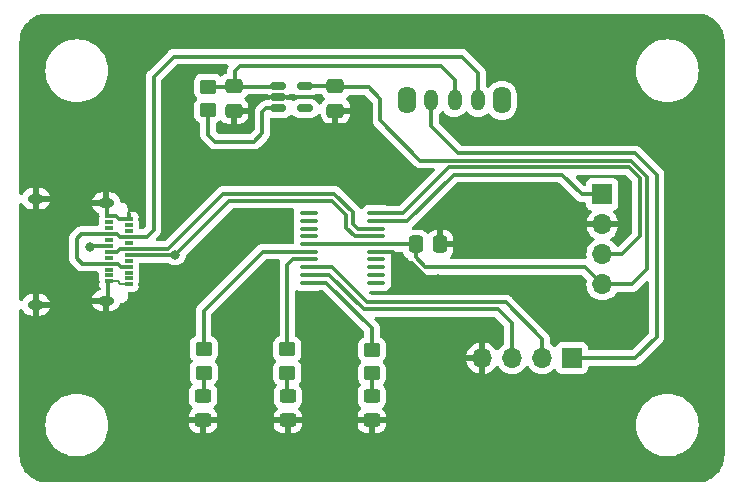
<source format=gbr>
%TF.GenerationSoftware,KiCad,Pcbnew,7.0.1*%
%TF.CreationDate,2023-09-30T16:00:22-04:00*%
%TF.ProjectId,usb_demonstrator,7573625f-6465-46d6-9f6e-73747261746f,rev?*%
%TF.SameCoordinates,Original*%
%TF.FileFunction,Copper,L1,Top*%
%TF.FilePolarity,Positive*%
%FSLAX46Y46*%
G04 Gerber Fmt 4.6, Leading zero omitted, Abs format (unit mm)*
G04 Created by KiCad (PCBNEW 7.0.1) date 2023-09-30 16:00:22*
%MOMM*%
%LPD*%
G01*
G04 APERTURE LIST*
G04 Aperture macros list*
%AMRoundRect*
0 Rectangle with rounded corners*
0 $1 Rounding radius*
0 $2 $3 $4 $5 $6 $7 $8 $9 X,Y pos of 4 corners*
0 Add a 4 corners polygon primitive as box body*
4,1,4,$2,$3,$4,$5,$6,$7,$8,$9,$2,$3,0*
0 Add four circle primitives for the rounded corners*
1,1,$1+$1,$2,$3*
1,1,$1+$1,$4,$5*
1,1,$1+$1,$6,$7*
1,1,$1+$1,$8,$9*
0 Add four rect primitives between the rounded corners*
20,1,$1+$1,$2,$3,$4,$5,0*
20,1,$1+$1,$4,$5,$6,$7,0*
20,1,$1+$1,$6,$7,$8,$9,0*
20,1,$1+$1,$8,$9,$2,$3,0*%
G04 Aperture macros list end*
%TA.AperFunction,SMDPad,CuDef*%
%ADD10R,0.700000X0.300000*%
%TD*%
%TA.AperFunction,ComponentPad*%
%ADD11O,1.400000X0.800000*%
%TD*%
%TA.AperFunction,SMDPad,CuDef*%
%ADD12RoundRect,0.100000X-0.637500X-0.100000X0.637500X-0.100000X0.637500X0.100000X-0.637500X0.100000X0*%
%TD*%
%TA.AperFunction,ComponentPad*%
%ADD13R,1.700000X1.700000*%
%TD*%
%TA.AperFunction,ComponentPad*%
%ADD14O,1.700000X1.700000*%
%TD*%
%TA.AperFunction,SMDPad,CuDef*%
%ADD15RoundRect,0.250000X-0.450000X0.350000X-0.450000X-0.350000X0.450000X-0.350000X0.450000X0.350000X0*%
%TD*%
%TA.AperFunction,SMDPad,CuDef*%
%ADD16RoundRect,0.250000X0.450000X-0.325000X0.450000X0.325000X-0.450000X0.325000X-0.450000X-0.325000X0*%
%TD*%
%TA.AperFunction,SMDPad,CuDef*%
%ADD17RoundRect,0.250000X-0.475000X0.337500X-0.475000X-0.337500X0.475000X-0.337500X0.475000X0.337500X0*%
%TD*%
%TA.AperFunction,SMDPad,CuDef*%
%ADD18RoundRect,0.250000X0.450000X-0.350000X0.450000X0.350000X-0.450000X0.350000X-0.450000X-0.350000X0*%
%TD*%
%TA.AperFunction,SMDPad,CuDef*%
%ADD19RoundRect,0.250000X-0.337500X-0.475000X0.337500X-0.475000X0.337500X0.475000X-0.337500X0.475000X0*%
%TD*%
%TA.AperFunction,ComponentPad*%
%ADD20O,1.600000X2.300000*%
%TD*%
%TA.AperFunction,ComponentPad*%
%ADD21O,1.200000X1.800000*%
%TD*%
%TA.AperFunction,SMDPad,CuDef*%
%ADD22RoundRect,0.150000X-0.512500X-0.150000X0.512500X-0.150000X0.512500X0.150000X-0.512500X0.150000X0*%
%TD*%
%TA.AperFunction,ViaPad*%
%ADD23C,0.800000*%
%TD*%
%TA.AperFunction,Conductor*%
%ADD24C,0.300000*%
%TD*%
%TA.AperFunction,Conductor*%
%ADD25C,0.200000*%
%TD*%
G04 APERTURE END LIST*
D10*
%TO.P,J3,A1,GND*%
%TO.N,GND*%
X136900000Y-87580000D03*
%TO.P,J3,A2*%
%TO.N,N/C*%
X136900000Y-88080000D03*
%TO.P,J3,A3*%
X136900000Y-88580000D03*
%TO.P,J3,A4,VBUS*%
%TO.N,USB_SUPP_5V*%
X136900000Y-89080000D03*
%TO.P,J3,A5,CC1*%
%TO.N,unconnected-(J3-CC1-PadA5)*%
X136900000Y-89580000D03*
%TO.P,J3,A6,D+*%
%TO.N,USB_COMM_D+*%
X136900000Y-90080000D03*
%TO.P,J3,A7,D-*%
%TO.N,USB_COMM_D-*%
X136900000Y-90580000D03*
%TO.P,J3,A8,SBU1*%
%TO.N,unconnected-(J3-SBU1-PadA8)*%
X136900000Y-91080000D03*
%TO.P,J3,A9,VBUS*%
%TO.N,USB_SUPP_5V*%
X136900000Y-91580000D03*
%TO.P,J3,A10*%
%TO.N,N/C*%
X136900000Y-92080000D03*
%TO.P,J3,A11*%
X136900000Y-92580000D03*
%TO.P,J3,A12,GND*%
%TO.N,GND*%
X136900000Y-93080000D03*
%TO.P,J3,B1,GND*%
X135200000Y-92830000D03*
%TO.P,J3,B2*%
%TO.N,N/C*%
X135200000Y-92330000D03*
%TO.P,J3,B3*%
X135200000Y-91830000D03*
%TO.P,J3,B4,VBUS*%
%TO.N,USB_SUPP_5V*%
X135200000Y-91330000D03*
%TO.P,J3,B5,CC2*%
%TO.N,unconnected-(J3-CC2-PadB5)*%
X135200000Y-90830000D03*
%TO.P,J3,B6,D+*%
%TO.N,USB_COMM_D+*%
X135200000Y-90330000D03*
%TO.P,J3,B7,D-*%
%TO.N,USB_COMM_D-*%
X135200000Y-89830000D03*
%TO.P,J3,B8,SBU2*%
%TO.N,unconnected-(J3-SBU2-PadB8)*%
X135200000Y-89330000D03*
%TO.P,J3,B9,VBUS*%
%TO.N,USB_SUPP_5V*%
X135200000Y-88830000D03*
%TO.P,J3,B10*%
%TO.N,N/C*%
X135200000Y-88330000D03*
%TO.P,J3,B11*%
X135200000Y-87830000D03*
%TO.P,J3,B12,GND*%
%TO.N,GND*%
X135200000Y-87330000D03*
D11*
%TO.P,J3,S1,SHIELD*%
X129040000Y-85840000D03*
X134990000Y-86200000D03*
X134990000Y-94460000D03*
X129040000Y-94820000D03*
%TD*%
D12*
%TO.P,U2,1,PB8*%
%TO.N,unconnected-(U2-PB8-Pad1)*%
X152137500Y-87075000D03*
%TO.P,U2,2,PF0*%
%TO.N,unconnected-(U2-PF0-Pad2)*%
X152137500Y-87725000D03*
%TO.P,U2,3,PF1*%
%TO.N,unconnected-(U2-PF1-Pad3)*%
X152137500Y-88375000D03*
%TO.P,U2,4,NRST*%
%TO.N,unconnected-(U2-NRST-Pad4)*%
X152137500Y-89025000D03*
%TO.P,U2,5,VDDA*%
%TO.N,SYSTEM_3V3*%
X152137500Y-89675000D03*
%TO.P,U2,6,PA0*%
%TO.N,Net-(U2-PA0)*%
X152137500Y-90325000D03*
%TO.P,U2,7,PA1*%
%TO.N,Net-(U2-PA1)*%
X152137500Y-90975000D03*
%TO.P,U2,8,PA2*%
%TO.N,USART_Tx*%
X152137500Y-91625000D03*
%TO.P,U2,9,PA3*%
%TO.N,USART_Rx*%
X152137500Y-92275000D03*
%TO.P,U2,10,PA4*%
%TO.N,Net-(U2-PA4)*%
X152137500Y-92925000D03*
%TO.P,U2,11,PA5*%
%TO.N,unconnected-(U2-PA5-Pad11)*%
X157862500Y-92925000D03*
%TO.P,U2,12,PA6*%
%TO.N,unconnected-(U2-PA6-Pad12)*%
X157862500Y-92275000D03*
%TO.P,U2,13,PA7*%
%TO.N,unconnected-(U2-PA7-Pad13)*%
X157862500Y-91625000D03*
%TO.P,U2,14,PB1*%
%TO.N,unconnected-(U2-PB1-Pad14)*%
X157862500Y-90975000D03*
%TO.P,U2,15,VSSA*%
%TO.N,GND*%
X157862500Y-90325000D03*
%TO.P,U2,16,VDD*%
%TO.N,SYSTEM_3V3*%
X157862500Y-89675000D03*
%TO.P,U2,17,PA9/PA11*%
%TO.N,USB_COMM_D-*%
X157862500Y-89025000D03*
%TO.P,U2,18,PA10/PA12*%
%TO.N,USB_COMM_D+*%
X157862500Y-88375000D03*
%TO.P,U2,19,PA13*%
%TO.N,SWDIO*%
X157862500Y-87725000D03*
%TO.P,U2,20,PA14*%
%TO.N,SWDCLK*%
X157862500Y-87075000D03*
%TD*%
D13*
%TO.P,J2,1,Pin_1*%
%TO.N,UART_SUPP_5V*%
X174440000Y-99315000D03*
D14*
%TO.P,J2,2,Pin_2*%
%TO.N,USART_Tx*%
X171900000Y-99315000D03*
%TO.P,J2,3,Pin_3*%
%TO.N,USART_Rx*%
X169360000Y-99315000D03*
%TO.P,J2,4,Pin_4*%
%TO.N,GND*%
X166820000Y-99315000D03*
%TD*%
D15*
%TO.P,R4,1*%
%TO.N,Net-(U2-PA0)*%
X143250000Y-98550000D03*
%TO.P,R4,2*%
%TO.N,Net-(D3-A)*%
X143250000Y-100550000D03*
%TD*%
D16*
%TO.P,D3,1,K*%
%TO.N,GND*%
X143200000Y-104575000D03*
%TO.P,D3,2,A*%
%TO.N,Net-(D3-A)*%
X143200000Y-102525000D03*
%TD*%
%TO.P,D1,1,K*%
%TO.N,GND*%
X157475000Y-104600000D03*
%TO.P,D1,2,A*%
%TO.N,Net-(D1-A)*%
X157475000Y-102550000D03*
%TD*%
D17*
%TO.P,C2,1*%
%TO.N,SYSTEM_3V3*%
X154400000Y-76292500D03*
%TO.P,C2,2*%
%TO.N,GND*%
X154400000Y-78367500D03*
%TD*%
D15*
%TO.P,R3,1*%
%TO.N,Net-(U2-PA1)*%
X150325000Y-98575000D03*
%TO.P,R3,2*%
%TO.N,Net-(D2-A)*%
X150325000Y-100575000D03*
%TD*%
D18*
%TO.P,R1,1*%
%TO.N,Net-(U1-EN)*%
X143610000Y-78337500D03*
%TO.P,R1,2*%
%TO.N,SYSTEM_5V*%
X143610000Y-76337500D03*
%TD*%
D19*
%TO.P,C3,1*%
%TO.N,SYSTEM_3V3*%
X161200000Y-89700000D03*
%TO.P,C3,2*%
%TO.N,GND*%
X163275000Y-89700000D03*
%TD*%
D20*
%TO.P,SW2,*%
%TO.N,*%
X160500000Y-77500000D03*
X168500000Y-77500000D03*
D21*
%TO.P,SW2,1,A*%
%TO.N,UART_SUPP_5V*%
X162500000Y-77500000D03*
%TO.P,SW2,2,B*%
%TO.N,SYSTEM_5V*%
X164500000Y-77500000D03*
%TO.P,SW2,3,C*%
%TO.N,USB_SUPP_5V*%
X166500000Y-77500000D03*
%TD*%
D16*
%TO.P,D2,1,K*%
%TO.N,GND*%
X150375000Y-104600000D03*
%TO.P,D2,2,A*%
%TO.N,Net-(D2-A)*%
X150375000Y-102550000D03*
%TD*%
D15*
%TO.P,R2,1*%
%TO.N,Net-(U2-PA4)*%
X157500000Y-98625000D03*
%TO.P,R2,2*%
%TO.N,Net-(D1-A)*%
X157500000Y-100625000D03*
%TD*%
D17*
%TO.P,C1,1*%
%TO.N,SYSTEM_5V*%
X145800000Y-76300000D03*
%TO.P,C1,2*%
%TO.N,GND*%
X145800000Y-78375000D03*
%TD*%
D22*
%TO.P,U1,1,VIN*%
%TO.N,SYSTEM_5V*%
X149565000Y-76290000D03*
%TO.P,U1,2,GND*%
%TO.N,GND*%
X149565000Y-77240000D03*
%TO.P,U1,3,EN*%
%TO.N,Net-(U1-EN)*%
X149565000Y-78190000D03*
%TO.P,U1,4,NC*%
%TO.N,unconnected-(U1-NC-Pad4)*%
X151840000Y-78190000D03*
%TO.P,U1,5,VOUT*%
%TO.N,SYSTEM_3V3*%
X151840000Y-76290000D03*
%TD*%
D13*
%TO.P,J1,1,Pin_1*%
%TO.N,SWDIO*%
X177000000Y-85460000D03*
D14*
%TO.P,J1,2,Pin_2*%
%TO.N,GND*%
X177000000Y-88000000D03*
%TO.P,J1,3,Pin_3*%
%TO.N,SWDCLK*%
X177000000Y-90540000D03*
%TO.P,J1,4,Pin_4*%
%TO.N,SYSTEM_3V3*%
X177000000Y-93080000D03*
%TD*%
D23*
%TO.N,GND*%
X142500000Y-72500000D03*
X137500000Y-107500000D03*
X130000000Y-100000000D03*
X172500000Y-72500000D03*
X162500000Y-107500000D03*
X147500000Y-107500000D03*
X152500000Y-107500000D03*
X142500000Y-82500000D03*
X147500000Y-72500000D03*
X152500000Y-72500000D03*
X185000000Y-80000000D03*
X177500000Y-72500000D03*
X185000000Y-95000000D03*
X163100000Y-92600000D03*
X171500000Y-88800000D03*
X157500000Y-72500000D03*
X185000000Y-90000000D03*
X171600000Y-93200000D03*
X145800000Y-79900000D03*
X171600000Y-85600000D03*
X142500000Y-107500000D03*
X167600000Y-93200000D03*
X177000000Y-96200000D03*
X180000000Y-96200000D03*
X185000000Y-100000000D03*
X172500000Y-107500000D03*
X167500000Y-72500000D03*
X167500000Y-107500000D03*
X147500000Y-82500000D03*
X137500000Y-72500000D03*
X185000000Y-85000000D03*
X130000000Y-80000000D03*
X162500000Y-72500000D03*
X167600000Y-88800000D03*
X167600000Y-85600000D03*
X177500000Y-107500000D03*
X152500000Y-82500000D03*
X157500000Y-107500000D03*
%TO.N,USB_COMM_D-*%
X140820000Y-90580000D03*
X133590000Y-89900000D03*
%TD*%
D24*
%TO.N,USB_SUPP_5V*%
X132960000Y-91330000D02*
X135200000Y-91330000D01*
X132860000Y-88830000D02*
X132490000Y-89200000D01*
X135900000Y-88830000D02*
X135200000Y-88830000D01*
X135980000Y-91330000D02*
X135200000Y-91330000D01*
X135200000Y-88830000D02*
X132860000Y-88830000D01*
X165100000Y-73800000D02*
X140700000Y-73800000D01*
X166500000Y-77500000D02*
X166500000Y-75200000D01*
X136230000Y-91580000D02*
X135980000Y-91330000D01*
X132490000Y-89200000D02*
X132490000Y-90860000D01*
X136900000Y-89080000D02*
X136150000Y-89080000D01*
X138410000Y-89080000D02*
X136900000Y-89080000D01*
X139000000Y-88490000D02*
X138410000Y-89080000D01*
X139000000Y-75500000D02*
X139000000Y-88490000D01*
X136150000Y-89080000D02*
X135900000Y-88830000D01*
X136900000Y-91580000D02*
X136230000Y-91580000D01*
X166500000Y-75200000D02*
X165100000Y-73800000D01*
X132490000Y-90860000D02*
X132960000Y-91330000D01*
X140700000Y-73800000D02*
X139000000Y-75500000D01*
%TO.N,GND*%
X163475000Y-89675000D02*
X163600000Y-89800000D01*
X163100000Y-92600000D02*
X162200000Y-92600000D01*
X135060000Y-87190000D02*
X135060000Y-86270000D01*
X135140000Y-94310000D02*
X135140000Y-92890000D01*
X160900000Y-91300000D02*
X160250000Y-91300000D01*
D25*
X136200000Y-93080000D02*
X136900000Y-93080000D01*
D24*
X160250000Y-91300000D02*
X159275000Y-90325000D01*
D25*
X135950000Y-92830000D02*
X136200000Y-93080000D01*
D24*
X136050000Y-87580000D02*
X135800000Y-87330000D01*
D25*
X135200000Y-92830000D02*
X135950000Y-92830000D01*
D24*
X135140000Y-92890000D02*
X135200000Y-92830000D01*
X159275000Y-90325000D02*
X157862500Y-90325000D01*
X135800000Y-87330000D02*
X135200000Y-87330000D01*
X162200000Y-92600000D02*
X160900000Y-91300000D01*
X134990000Y-94460000D02*
X135140000Y-94310000D01*
X135060000Y-86270000D02*
X134990000Y-86200000D01*
X135200000Y-87330000D02*
X135060000Y-87190000D01*
X136900000Y-87580000D02*
X136050000Y-87580000D01*
%TO.N,SYSTEM_3V3*%
X161600000Y-82600000D02*
X179400000Y-82600000D01*
X154400000Y-76292500D02*
X154507500Y-76400000D01*
X158200000Y-79200000D02*
X161600000Y-82600000D01*
X157200000Y-76400000D02*
X158200000Y-77400000D01*
X162000000Y-91600000D02*
X161200000Y-90800000D01*
X175520000Y-91600000D02*
X162000000Y-91600000D01*
X179520000Y-93080000D02*
X177000000Y-93080000D01*
X158200000Y-77400000D02*
X158200000Y-79200000D01*
X179400000Y-82600000D02*
X180800000Y-84000000D01*
X154397500Y-76290000D02*
X154400000Y-76292500D01*
X157862500Y-89675000D02*
X161175000Y-89675000D01*
X180800000Y-84000000D02*
X180800000Y-91800000D01*
X161175000Y-89675000D02*
X161200000Y-89700000D01*
X157862500Y-89675000D02*
X152137500Y-89675000D01*
X161200000Y-90800000D02*
X161200000Y-89700000D01*
X151840000Y-76290000D02*
X154397500Y-76290000D01*
X154507500Y-76400000D02*
X157200000Y-76400000D01*
X177000000Y-93080000D02*
X175520000Y-91600000D01*
X180800000Y-91800000D02*
X179520000Y-93080000D01*
%TO.N,Net-(D1-A)*%
X157500000Y-102525000D02*
X157475000Y-102550000D01*
X157500000Y-100625000D02*
X157500000Y-102525000D01*
%TO.N,Net-(D2-A)*%
X150325000Y-100575000D02*
X150325000Y-102500000D01*
X150325000Y-102500000D02*
X150375000Y-102550000D01*
%TO.N,Net-(D3-A)*%
X143250000Y-100550000D02*
X143250000Y-102475000D01*
X143250000Y-102475000D02*
X143200000Y-102525000D01*
%TO.N,UART_SUPP_5V*%
X164800000Y-82000000D02*
X179800000Y-82000000D01*
X179800000Y-82000000D02*
X181600000Y-83800000D01*
X181600000Y-97500000D02*
X179785000Y-99315000D01*
X181600000Y-83800000D02*
X181600000Y-97500000D01*
X179785000Y-99315000D02*
X174440000Y-99315000D01*
X162500000Y-79700000D02*
X164800000Y-82000000D01*
X162500000Y-77500000D02*
X162500000Y-79700000D01*
%TO.N,USART_Tx*%
X154125000Y-91625000D02*
X157100000Y-94600000D01*
X157100000Y-94600000D02*
X168800000Y-94600000D01*
X171900000Y-97700000D02*
X171900000Y-99315000D01*
X168800000Y-94600000D02*
X171900000Y-97700000D01*
X152137500Y-91625000D02*
X154125000Y-91625000D01*
%TO.N,USART_Rx*%
X169360000Y-96360000D02*
X169360000Y-99315000D01*
X168200000Y-95200000D02*
X169360000Y-96360000D01*
X156800000Y-95200000D02*
X168200000Y-95200000D01*
X152137500Y-92275000D02*
X153875000Y-92275000D01*
X153875000Y-92275000D02*
X156800000Y-95200000D01*
%TO.N,USB_COMM_D+*%
X136150000Y-90080000D02*
X135900000Y-90330000D01*
X140220000Y-90080000D02*
X136900000Y-90080000D01*
X155900000Y-86992894D02*
X154307106Y-85400000D01*
X156275000Y-88375000D02*
X155900000Y-88000000D01*
X154307106Y-85400000D02*
X144900000Y-85400000D01*
X144900000Y-85400000D02*
X140220000Y-90080000D01*
X136900000Y-90080000D02*
X136150000Y-90080000D01*
X155900000Y-88000000D02*
X155900000Y-86992894D01*
X135900000Y-90330000D02*
X135200000Y-90330000D01*
X157862500Y-88375000D02*
X156275000Y-88375000D01*
%TO.N,USB_COMM_D-*%
X133590000Y-89900000D02*
X133660000Y-89830000D01*
X155300000Y-87200000D02*
X155300000Y-88300000D01*
X140820000Y-90580000D02*
X136900000Y-90580000D01*
X140820000Y-90580000D02*
X145400000Y-86000000D01*
X154100000Y-86000000D02*
X155300000Y-87200000D01*
X145400000Y-86000000D02*
X154100000Y-86000000D01*
X133660000Y-89830000D02*
X135200000Y-89830000D01*
X155300000Y-88300000D02*
X156025000Y-89025000D01*
X156025000Y-89025000D02*
X157862500Y-89025000D01*
%TO.N,Net-(U1-EN)*%
X144200000Y-81000000D02*
X147500000Y-81000000D01*
X148200000Y-80300000D02*
X148200000Y-78500000D01*
X143610000Y-78337500D02*
X143610000Y-80410000D01*
X147500000Y-81000000D02*
X148200000Y-80300000D01*
X148510000Y-78190000D02*
X149565000Y-78190000D01*
X148200000Y-78500000D02*
X148510000Y-78190000D01*
X143610000Y-80410000D02*
X144200000Y-81000000D01*
%TO.N,Net-(U2-PA4)*%
X152137500Y-92925000D02*
X153625000Y-92925000D01*
X157500000Y-96800000D02*
X157500000Y-98625000D01*
X153625000Y-92925000D02*
X157500000Y-96800000D01*
%TO.N,SWDIO*%
X175260000Y-85460000D02*
X173600000Y-83800000D01*
X160475000Y-87725000D02*
X157862500Y-87725000D01*
X164400000Y-83800000D02*
X160475000Y-87725000D01*
X173600000Y-83800000D02*
X164400000Y-83800000D01*
X177000000Y-85460000D02*
X175260000Y-85460000D01*
%TO.N,SWDCLK*%
X179246447Y-83153553D02*
X164046447Y-83153553D01*
X177000000Y-90540000D02*
X178660000Y-90540000D01*
X160125000Y-87075000D02*
X157862500Y-87075000D01*
X164046447Y-83153553D02*
X160125000Y-87075000D01*
X178660000Y-90540000D02*
X180200000Y-89000000D01*
X180200000Y-89000000D02*
X180200000Y-84107106D01*
X180200000Y-84107106D02*
X179246447Y-83153553D01*
%TO.N,SYSTEM_5V*%
X145900000Y-75000000D02*
X145900000Y-76200000D01*
X149517500Y-76337500D02*
X149565000Y-76290000D01*
X164500000Y-77500000D02*
X164500000Y-75800000D01*
X164500000Y-75800000D02*
X163300000Y-74600000D01*
X146300000Y-74600000D02*
X145900000Y-75000000D01*
X143610000Y-76337500D02*
X149517500Y-76337500D01*
X163300000Y-74600000D02*
X146300000Y-74600000D01*
X145900000Y-76200000D02*
X145800000Y-76300000D01*
%TO.N,Net-(U2-PA1)*%
X150325000Y-91450000D02*
X150800000Y-90975000D01*
X150800000Y-90975000D02*
X152137500Y-90975000D01*
X150325000Y-98575000D02*
X150325000Y-91450000D01*
%TO.N,Net-(U2-PA0)*%
X148225000Y-90325000D02*
X152137500Y-90325000D01*
X143250000Y-95300000D02*
X148225000Y-90325000D01*
X143250000Y-98550000D02*
X143250000Y-95300000D01*
%TD*%
%TA.AperFunction,Conductor*%
%TO.N,GND*%
G36*
X160074485Y-90338264D02*
G01*
X160124487Y-90374370D01*
X160155583Y-90427632D01*
X160177685Y-90494333D01*
X160238129Y-90592328D01*
X160269788Y-90643656D01*
X160393844Y-90767712D01*
X160490436Y-90827290D01*
X160530792Y-90863882D01*
X160555298Y-90912536D01*
X160557773Y-90921055D01*
X160562514Y-90943947D01*
X160564929Y-90963060D01*
X160581300Y-91004410D01*
X160585846Y-91017686D01*
X160598256Y-91060400D01*
X160608056Y-91076970D01*
X160618342Y-91097966D01*
X160625430Y-91115869D01*
X160651569Y-91151847D01*
X160659273Y-91163575D01*
X160681918Y-91201864D01*
X160695534Y-91215480D01*
X160710718Y-91233259D01*
X160722034Y-91248834D01*
X160722036Y-91248835D01*
X160722037Y-91248837D01*
X160754243Y-91275480D01*
X160756303Y-91277184D01*
X160766686Y-91286632D01*
X161477615Y-91997561D01*
X161491343Y-92014695D01*
X161494797Y-92017938D01*
X161494798Y-92017940D01*
X161545554Y-92065603D01*
X161548883Y-92068829D01*
X161568965Y-92088911D01*
X161571516Y-92090890D01*
X161582187Y-92100004D01*
X161614607Y-92130448D01*
X161624050Y-92135639D01*
X161631474Y-92139720D01*
X161651024Y-92152562D01*
X161666237Y-92164363D01*
X161707050Y-92182024D01*
X161719652Y-92188197D01*
X161758632Y-92209627D01*
X161777283Y-92214415D01*
X161799401Y-92221987D01*
X161817074Y-92229636D01*
X161860997Y-92236592D01*
X161874744Y-92239439D01*
X161917823Y-92250500D01*
X161937079Y-92250500D01*
X161960387Y-92252334D01*
X161979405Y-92255347D01*
X162023685Y-92251161D01*
X162037708Y-92250500D01*
X175188836Y-92250500D01*
X175245856Y-92261842D01*
X175294195Y-92294141D01*
X175642084Y-92642030D01*
X175680648Y-92708824D01*
X175680649Y-92785951D01*
X175664936Y-92844594D01*
X175644341Y-93079999D01*
X175664936Y-93315407D01*
X175726097Y-93543663D01*
X175812518Y-93728994D01*
X175825965Y-93757830D01*
X175961505Y-93951401D01*
X176128599Y-94118495D01*
X176322170Y-94254035D01*
X176536337Y-94353903D01*
X176764592Y-94415063D01*
X177000000Y-94435659D01*
X177235408Y-94415063D01*
X177463663Y-94353903D01*
X177677830Y-94254035D01*
X177871401Y-94118495D01*
X178038495Y-93951401D01*
X178148683Y-93794035D01*
X178201935Y-93747335D01*
X178270736Y-93730500D01*
X179431735Y-93730500D01*
X179453560Y-93732909D01*
X179520509Y-93730804D01*
X179527849Y-93730573D01*
X179532530Y-93730500D01*
X179560922Y-93730500D01*
X179560925Y-93730500D01*
X179564126Y-93730095D01*
X179578124Y-93728994D01*
X179617291Y-93727762D01*
X179622569Y-93727597D01*
X179641060Y-93722224D01*
X179663940Y-93717485D01*
X179683058Y-93715071D01*
X179724411Y-93698697D01*
X179737695Y-93694150D01*
X179780392Y-93681746D01*
X179780392Y-93681745D01*
X179780398Y-93681744D01*
X179796979Y-93671936D01*
X179817961Y-93661658D01*
X179835871Y-93654568D01*
X179871858Y-93628421D01*
X179883577Y-93620724D01*
X179886254Y-93619141D01*
X179921865Y-93598081D01*
X179935484Y-93584460D01*
X179953265Y-93569276D01*
X179968837Y-93557963D01*
X179997191Y-93523687D01*
X180006619Y-93513325D01*
X180695140Y-92824805D01*
X180754457Y-92788457D01*
X180823809Y-92782998D01*
X180888080Y-92809621D01*
X180933260Y-92862519D01*
X180949500Y-92930164D01*
X180949500Y-97168836D01*
X180938158Y-97225856D01*
X180905859Y-97274195D01*
X179559195Y-98620859D01*
X179510856Y-98653158D01*
X179453836Y-98664500D01*
X175939499Y-98664500D01*
X175882479Y-98653158D01*
X175834140Y-98620859D01*
X175801841Y-98572520D01*
X175790499Y-98515500D01*
X175790499Y-98417124D01*
X175784091Y-98357518D01*
X175769215Y-98317634D01*
X175733796Y-98222669D01*
X175647546Y-98107454D01*
X175532331Y-98021204D01*
X175397483Y-97970909D01*
X175397482Y-97970908D01*
X175397480Y-97970908D01*
X175337876Y-97964500D01*
X173542123Y-97964500D01*
X173482518Y-97970908D01*
X173347670Y-98021203D01*
X173232454Y-98107454D01*
X173146201Y-98222672D01*
X173110783Y-98317634D01*
X173068752Y-98378171D01*
X173002850Y-98411159D01*
X172929200Y-98408528D01*
X172865819Y-98370923D01*
X172771401Y-98276505D01*
X172697824Y-98224986D01*
X172614035Y-98166316D01*
X172567335Y-98113065D01*
X172550500Y-98044264D01*
X172550500Y-97788265D01*
X172552909Y-97766439D01*
X172550574Y-97692152D01*
X172550500Y-97687470D01*
X172550500Y-97659079D01*
X172550500Y-97659075D01*
X172550095Y-97655871D01*
X172548994Y-97641877D01*
X172547597Y-97597433D01*
X172547597Y-97597431D01*
X172542223Y-97578935D01*
X172537485Y-97556057D01*
X172535071Y-97536942D01*
X172518693Y-97495576D01*
X172514149Y-97482302D01*
X172513061Y-97478556D01*
X172501744Y-97439602D01*
X172491945Y-97423033D01*
X172481656Y-97402032D01*
X172474567Y-97384127D01*
X172448429Y-97348151D01*
X172440728Y-97336429D01*
X172418081Y-97298135D01*
X172404463Y-97284517D01*
X172389277Y-97266736D01*
X172377962Y-97251161D01*
X172343701Y-97222819D01*
X172333317Y-97213371D01*
X169322384Y-94202438D01*
X169308659Y-94185306D01*
X169254461Y-94134411D01*
X169251100Y-94131154D01*
X169231035Y-94111089D01*
X169228485Y-94109111D01*
X169217814Y-94099997D01*
X169185392Y-94069551D01*
X169168521Y-94060276D01*
X169148982Y-94047441D01*
X169133764Y-94035637D01*
X169092952Y-94017976D01*
X169080347Y-94011802D01*
X169041368Y-93990373D01*
X169041365Y-93990372D01*
X169022709Y-93985582D01*
X169000591Y-93978009D01*
X168982925Y-93970364D01*
X168939008Y-93963408D01*
X168925267Y-93960562D01*
X168882180Y-93949500D01*
X168882177Y-93949500D01*
X168862921Y-93949500D01*
X168839611Y-93947665D01*
X168830448Y-93946213D01*
X168820596Y-93944653D01*
X168820595Y-93944653D01*
X168788733Y-93947665D01*
X168776314Y-93948839D01*
X168762292Y-93949500D01*
X157431164Y-93949500D01*
X157374144Y-93938158D01*
X157325805Y-93905859D01*
X157299804Y-93879858D01*
X157263456Y-93820543D01*
X157257997Y-93751190D01*
X157284619Y-93686919D01*
X157337518Y-93641739D01*
X157405159Y-93625499D01*
X158539360Y-93625499D01*
X158539363Y-93625499D01*
X158609801Y-93616226D01*
X158656762Y-93610044D01*
X158802841Y-93549536D01*
X158928282Y-93453282D01*
X159024536Y-93327841D01*
X159085044Y-93181762D01*
X159100500Y-93064361D01*
X159100499Y-92785640D01*
X159100499Y-92785639D01*
X159100499Y-92785636D01*
X159085044Y-92668239D01*
X159080398Y-92657022D01*
X159069055Y-92599999D01*
X159080399Y-92542976D01*
X159085044Y-92531761D01*
X159085556Y-92527872D01*
X159100500Y-92414361D01*
X159100499Y-92135640D01*
X159100499Y-92135639D01*
X159100499Y-92135636D01*
X159085044Y-92018239D01*
X159084920Y-92017940D01*
X159080397Y-92007021D01*
X159069055Y-91949999D01*
X159080399Y-91892976D01*
X159085044Y-91881761D01*
X159091858Y-91830004D01*
X159100500Y-91764361D01*
X159100499Y-91485640D01*
X159100499Y-91485639D01*
X159100499Y-91485636D01*
X159087524Y-91387079D01*
X159085044Y-91368238D01*
X159080397Y-91357021D01*
X159069055Y-91299999D01*
X159080399Y-91242976D01*
X159085044Y-91231761D01*
X159087144Y-91215807D01*
X159100500Y-91114361D01*
X159100499Y-90835640D01*
X159100499Y-90835639D01*
X159100499Y-90835636D01*
X159085044Y-90718240D01*
X159085044Y-90718239D01*
X159085044Y-90718238D01*
X159080125Y-90706363D01*
X159068784Y-90649343D01*
X159080128Y-90592321D01*
X159084556Y-90581629D01*
X159101221Y-90455052D01*
X159126892Y-90389037D01*
X159180145Y-90342335D01*
X159248946Y-90325500D01*
X160014146Y-90325500D01*
X160074485Y-90338264D01*
G37*
%TD.AperFunction*%
%TA.AperFunction,Conductor*%
G36*
X178972303Y-83815395D02*
G01*
X179020642Y-83847694D01*
X179505859Y-84332911D01*
X179538158Y-84381250D01*
X179549500Y-84438270D01*
X179549500Y-88668836D01*
X179538158Y-88725856D01*
X179505859Y-88774195D01*
X178434195Y-89845859D01*
X178385856Y-89878158D01*
X178328836Y-89889500D01*
X178270735Y-89889500D01*
X178201934Y-89872664D01*
X178148681Y-89825962D01*
X178038496Y-89668600D01*
X177871401Y-89501505D01*
X177714652Y-89391748D01*
X177667950Y-89338494D01*
X177651115Y-89269694D01*
X177667951Y-89200893D01*
X177714652Y-89147640D01*
X177871078Y-89038109D01*
X178038112Y-88871075D01*
X178173598Y-88677582D01*
X178273431Y-88463491D01*
X178330636Y-88250000D01*
X175669364Y-88250000D01*
X175726568Y-88463491D01*
X175826401Y-88677582D01*
X175961887Y-88871075D01*
X176128924Y-89038112D01*
X176285348Y-89147642D01*
X176332050Y-89200895D01*
X176348885Y-89269695D01*
X176332049Y-89338496D01*
X176285348Y-89391748D01*
X176247523Y-89418234D01*
X176128598Y-89501505D01*
X175961505Y-89668598D01*
X175825964Y-89862172D01*
X175726097Y-90076336D01*
X175664936Y-90304592D01*
X175644341Y-90540000D01*
X175665706Y-90784207D01*
X175652459Y-90859848D01*
X175603304Y-90918847D01*
X175531296Y-90945532D01*
X175514646Y-90947105D01*
X175496313Y-90948839D01*
X175482292Y-90949500D01*
X164258379Y-90949500D01*
X164190734Y-90933260D01*
X164137835Y-90888080D01*
X164111213Y-90823809D01*
X164116672Y-90754456D01*
X164153020Y-90695141D01*
X164204816Y-90643344D01*
X164296858Y-90494120D01*
X164352006Y-90327694D01*
X164362500Y-90224983D01*
X164362500Y-89950000D01*
X163174000Y-89950000D01*
X163116980Y-89938658D01*
X163068641Y-89906359D01*
X163036342Y-89858020D01*
X163025000Y-89801000D01*
X163025000Y-88475001D01*
X162887526Y-88475001D01*
X162784801Y-88485494D01*
X162618379Y-88540641D01*
X162469155Y-88632683D01*
X162343212Y-88758626D01*
X162276417Y-88797190D01*
X162199289Y-88797190D01*
X162132494Y-88758626D01*
X162006156Y-88632288D01*
X161989582Y-88622065D01*
X161856834Y-88540186D01*
X161690297Y-88485001D01*
X161690295Y-88485000D01*
X161690293Y-88485000D01*
X161592408Y-88475000D01*
X163525000Y-88475000D01*
X163525000Y-89450000D01*
X164362499Y-89450000D01*
X164362499Y-89175026D01*
X164352005Y-89072301D01*
X164296858Y-88905879D01*
X164204816Y-88756655D01*
X164080844Y-88632683D01*
X163931620Y-88540641D01*
X163765194Y-88485493D01*
X163662483Y-88475000D01*
X163525000Y-88475000D01*
X161592408Y-88475000D01*
X161587514Y-88474500D01*
X161008672Y-88474500D01*
X160936889Y-88456069D01*
X160882865Y-88405334D01*
X160859966Y-88334849D01*
X160873857Y-88262050D01*
X160921099Y-88204951D01*
X160923837Y-88202963D01*
X160952191Y-88168687D01*
X160961619Y-88158325D01*
X164625804Y-84494141D01*
X164674144Y-84461842D01*
X164731164Y-84450500D01*
X173268836Y-84450500D01*
X173325856Y-84461842D01*
X173374195Y-84494141D01*
X174737615Y-85857561D01*
X174751343Y-85874695D01*
X174754797Y-85877938D01*
X174754798Y-85877940D01*
X174805554Y-85925603D01*
X174808883Y-85928829D01*
X174828966Y-85948912D01*
X174831517Y-85950891D01*
X174842188Y-85960005D01*
X174874607Y-85990448D01*
X174891474Y-85999720D01*
X174911024Y-86012562D01*
X174926237Y-86024363D01*
X174967050Y-86042024D01*
X174979652Y-86048197D01*
X175018632Y-86069627D01*
X175037283Y-86074415D01*
X175059401Y-86081987D01*
X175077074Y-86089636D01*
X175120997Y-86096592D01*
X175134744Y-86099439D01*
X175177823Y-86110500D01*
X175197079Y-86110500D01*
X175220386Y-86112334D01*
X175239405Y-86115347D01*
X175281291Y-86111387D01*
X175283689Y-86111161D01*
X175297710Y-86110500D01*
X175500501Y-86110500D01*
X175557521Y-86121842D01*
X175605860Y-86154141D01*
X175638159Y-86202480D01*
X175649501Y-86259500D01*
X175649501Y-86357876D01*
X175655908Y-86417481D01*
X175704109Y-86546716D01*
X175706204Y-86552331D01*
X175792454Y-86667546D01*
X175907669Y-86753796D01*
X176003151Y-86789408D01*
X176063686Y-86831438D01*
X176096675Y-86897340D01*
X176094045Y-86970990D01*
X176056439Y-87034371D01*
X175961893Y-87128917D01*
X175826399Y-87322423D01*
X175726568Y-87536509D01*
X175669363Y-87749999D01*
X175669364Y-87750000D01*
X178330636Y-87750000D01*
X178330636Y-87749999D01*
X178273431Y-87536509D01*
X178173600Y-87322423D01*
X178038109Y-87128921D01*
X177943560Y-87034372D01*
X177905954Y-86970991D01*
X177903324Y-86897340D01*
X177936313Y-86831438D01*
X177996848Y-86789408D01*
X178092331Y-86753796D01*
X178207546Y-86667546D01*
X178293796Y-86552331D01*
X178344091Y-86417483D01*
X178350500Y-86357873D01*
X178350499Y-84562128D01*
X178350499Y-84562124D01*
X178350499Y-84562123D01*
X178344091Y-84502518D01*
X178293796Y-84367670D01*
X178293796Y-84367669D01*
X178207546Y-84252454D01*
X178092331Y-84166204D01*
X177957483Y-84115909D01*
X177957482Y-84115908D01*
X177957480Y-84115908D01*
X177897876Y-84109500D01*
X176102123Y-84109500D01*
X176042518Y-84115908D01*
X175907670Y-84166203D01*
X175792454Y-84252454D01*
X175706204Y-84367669D01*
X175655908Y-84502519D01*
X175649500Y-84562124D01*
X175649500Y-84569836D01*
X175633260Y-84637481D01*
X175588080Y-84690380D01*
X175523809Y-84717002D01*
X175454456Y-84711543D01*
X175395141Y-84675195D01*
X174778358Y-84058412D01*
X174742010Y-83999097D01*
X174736551Y-83929744D01*
X174763173Y-83865473D01*
X174816072Y-83820293D01*
X174883717Y-83804053D01*
X178915283Y-83804053D01*
X178972303Y-83815395D01*
G37*
%TD.AperFunction*%
%TA.AperFunction,Conductor*%
G36*
X145272918Y-74468371D02*
G01*
X145326700Y-74517697D01*
X145350608Y-74586645D01*
X145338908Y-74658677D01*
X145317975Y-74707048D01*
X145311803Y-74719649D01*
X145290371Y-74758635D01*
X145285580Y-74777294D01*
X145278011Y-74799402D01*
X145270364Y-74817073D01*
X145263408Y-74860993D01*
X145260562Y-74874735D01*
X145249500Y-74917821D01*
X145249500Y-74937079D01*
X145247665Y-74960390D01*
X145244653Y-74979403D01*
X145248839Y-75023686D01*
X145249500Y-75037708D01*
X145249500Y-75089294D01*
X145236736Y-75149634D01*
X145200629Y-75199635D01*
X145147367Y-75230731D01*
X145005667Y-75277685D01*
X144856343Y-75369788D01*
X144785359Y-75440773D01*
X144737020Y-75473072D01*
X144680000Y-75484414D01*
X144622980Y-75473072D01*
X144574641Y-75440773D01*
X144528656Y-75394788D01*
X144512004Y-75384517D01*
X144379334Y-75302686D01*
X144212797Y-75247501D01*
X144212795Y-75247500D01*
X144212793Y-75247500D01*
X144110013Y-75237000D01*
X143109995Y-75237000D01*
X143007201Y-75247501D01*
X142840666Y-75302686D01*
X142691343Y-75394788D01*
X142567288Y-75518843D01*
X142475186Y-75668166D01*
X142420000Y-75834706D01*
X142409500Y-75937486D01*
X142409500Y-76737504D01*
X142420001Y-76840298D01*
X142427850Y-76863984D01*
X142475186Y-77006834D01*
X142567287Y-77156155D01*
X142567288Y-77156156D01*
X142643273Y-77232141D01*
X142675572Y-77280480D01*
X142686914Y-77337500D01*
X142675572Y-77394520D01*
X142643273Y-77442859D01*
X142567288Y-77518843D01*
X142475186Y-77668166D01*
X142420000Y-77834706D01*
X142409500Y-77937486D01*
X142409500Y-78737504D01*
X142420001Y-78840298D01*
X142441194Y-78904254D01*
X142475186Y-79006834D01*
X142567288Y-79156156D01*
X142691344Y-79280212D01*
X142840666Y-79372314D01*
X142852814Y-79376339D01*
X142857366Y-79377848D01*
X142910629Y-79408944D01*
X142946735Y-79458945D01*
X142959500Y-79519285D01*
X142959500Y-80321735D01*
X142957090Y-80343560D01*
X142959426Y-80417848D01*
X142959500Y-80422530D01*
X142959500Y-80450934D01*
X142959906Y-80454151D01*
X142961005Y-80468125D01*
X142962402Y-80512569D01*
X142967774Y-80531061D01*
X142972514Y-80553947D01*
X142974929Y-80573060D01*
X142991300Y-80614410D01*
X142995846Y-80627686D01*
X143008256Y-80670400D01*
X143018056Y-80686970D01*
X143028342Y-80707966D01*
X143035430Y-80725869D01*
X143061569Y-80761847D01*
X143069273Y-80773575D01*
X143091918Y-80811864D01*
X143105534Y-80825480D01*
X143120718Y-80843259D01*
X143132034Y-80858834D01*
X143132036Y-80858835D01*
X143132037Y-80858837D01*
X143166303Y-80887184D01*
X143176686Y-80896632D01*
X143677615Y-81397561D01*
X143691343Y-81414695D01*
X143694797Y-81417938D01*
X143694798Y-81417940D01*
X143745554Y-81465603D01*
X143748883Y-81468829D01*
X143768965Y-81488911D01*
X143771523Y-81490895D01*
X143782178Y-81499995D01*
X143814607Y-81530448D01*
X143831491Y-81539730D01*
X143851014Y-81552554D01*
X143866236Y-81564362D01*
X143906194Y-81581653D01*
X143907049Y-81582023D01*
X143919657Y-81588200D01*
X143958632Y-81609627D01*
X143977288Y-81614417D01*
X143999401Y-81621987D01*
X144017074Y-81629635D01*
X144061004Y-81636592D01*
X144074735Y-81639436D01*
X144117823Y-81650500D01*
X144137079Y-81650500D01*
X144160388Y-81652334D01*
X144179405Y-81655347D01*
X144223685Y-81651161D01*
X144237708Y-81650500D01*
X147411735Y-81650500D01*
X147433560Y-81652909D01*
X147500509Y-81650804D01*
X147507849Y-81650573D01*
X147512530Y-81650500D01*
X147540922Y-81650500D01*
X147540925Y-81650500D01*
X147544126Y-81650095D01*
X147558124Y-81648994D01*
X147597291Y-81647762D01*
X147602569Y-81647597D01*
X147621060Y-81642224D01*
X147643940Y-81637485D01*
X147663058Y-81635071D01*
X147704411Y-81618697D01*
X147717695Y-81614150D01*
X147760392Y-81601746D01*
X147760392Y-81601745D01*
X147760398Y-81601744D01*
X147776979Y-81591936D01*
X147797961Y-81581658D01*
X147815871Y-81574568D01*
X147851858Y-81548421D01*
X147863577Y-81540724D01*
X147874252Y-81534411D01*
X147901865Y-81518081D01*
X147915484Y-81504460D01*
X147933265Y-81489276D01*
X147933773Y-81488907D01*
X147948837Y-81477963D01*
X147977191Y-81443687D01*
X147986619Y-81433325D01*
X148597563Y-80822381D01*
X148614687Y-80808664D01*
X148617934Y-80805205D01*
X148617940Y-80805202D01*
X148665652Y-80754392D01*
X148668784Y-80751160D01*
X148688911Y-80731035D01*
X148690892Y-80728480D01*
X148699997Y-80717818D01*
X148730448Y-80685393D01*
X148739722Y-80668521D01*
X148752563Y-80648974D01*
X148764362Y-80633764D01*
X148782022Y-80592951D01*
X148788189Y-80580360D01*
X148809627Y-80541368D01*
X148814415Y-80522716D01*
X148821990Y-80500592D01*
X148829635Y-80482926D01*
X148836591Y-80439004D01*
X148839436Y-80425264D01*
X148850500Y-80382177D01*
X148850500Y-80362921D01*
X148852334Y-80339614D01*
X148852832Y-80336463D01*
X148855346Y-80320596D01*
X148851161Y-80276322D01*
X148850500Y-80262301D01*
X148850500Y-79139500D01*
X148861842Y-79082480D01*
X148894141Y-79034141D01*
X148942480Y-79001842D01*
X148999500Y-78990500D01*
X150143190Y-78990500D01*
X150143194Y-78990500D01*
X150180069Y-78987598D01*
X150337898Y-78941744D01*
X150479365Y-78858081D01*
X150595581Y-78741865D01*
X150595581Y-78741864D01*
X150597141Y-78740305D01*
X150645480Y-78708006D01*
X150702500Y-78696664D01*
X150759520Y-78708006D01*
X150807859Y-78740305D01*
X150809419Y-78741865D01*
X150925635Y-78858081D01*
X151067102Y-78941744D01*
X151224931Y-78987598D01*
X151261806Y-78990500D01*
X152418190Y-78990500D01*
X152418194Y-78990500D01*
X152455069Y-78987598D01*
X152612898Y-78941744D01*
X152754365Y-78858081D01*
X152870581Y-78741865D01*
X152898552Y-78694567D01*
X152950760Y-78642280D01*
X153021670Y-78621503D01*
X153093843Y-78637349D01*
X153149528Y-78685921D01*
X153175031Y-78755272D01*
X153185494Y-78857698D01*
X153240641Y-79024120D01*
X153332683Y-79173344D01*
X153456655Y-79297316D01*
X153605879Y-79389358D01*
X153772305Y-79444506D01*
X153875017Y-79455000D01*
X154150000Y-79455000D01*
X154150000Y-78617500D01*
X154650000Y-78617500D01*
X154650000Y-79454999D01*
X154924974Y-79454999D01*
X155027698Y-79444505D01*
X155194120Y-79389358D01*
X155343344Y-79297316D01*
X155467316Y-79173344D01*
X155559358Y-79024120D01*
X155614506Y-78857694D01*
X155625000Y-78754983D01*
X155625000Y-78617500D01*
X154650000Y-78617500D01*
X154150000Y-78617500D01*
X154150000Y-78266500D01*
X154161342Y-78209480D01*
X154193641Y-78161141D01*
X154241980Y-78128842D01*
X154299000Y-78117500D01*
X155624999Y-78117500D01*
X155624999Y-77980026D01*
X155614505Y-77877301D01*
X155559358Y-77710879D01*
X155467316Y-77561655D01*
X155341373Y-77435712D01*
X155309074Y-77387373D01*
X155297732Y-77330353D01*
X155309074Y-77273333D01*
X155341373Y-77224994D01*
X155343653Y-77222713D01*
X155343656Y-77222712D01*
X155467712Y-77098656D01*
X155467712Y-77098655D01*
X155472227Y-77094141D01*
X155520566Y-77061842D01*
X155577586Y-77050500D01*
X156868836Y-77050500D01*
X156925856Y-77061842D01*
X156974195Y-77094141D01*
X157505859Y-77625805D01*
X157538158Y-77674144D01*
X157549500Y-77731164D01*
X157549500Y-79111735D01*
X157547090Y-79133560D01*
X157549426Y-79207848D01*
X157549500Y-79212530D01*
X157549500Y-79240934D01*
X157549906Y-79244151D01*
X157551005Y-79258125D01*
X157552402Y-79302569D01*
X157557774Y-79321061D01*
X157562514Y-79343947D01*
X157564929Y-79363060D01*
X157581300Y-79404410D01*
X157585846Y-79417686D01*
X157598256Y-79460400D01*
X157608056Y-79476970D01*
X157618342Y-79497966D01*
X157625430Y-79515869D01*
X157651569Y-79551847D01*
X157659273Y-79563575D01*
X157681918Y-79601864D01*
X157695534Y-79615480D01*
X157710718Y-79633259D01*
X157722034Y-79648834D01*
X157722036Y-79648835D01*
X157722037Y-79648837D01*
X157756303Y-79677184D01*
X157766686Y-79686632D01*
X161077615Y-82997561D01*
X161091343Y-83014695D01*
X161094797Y-83017938D01*
X161094798Y-83017940D01*
X161145554Y-83065603D01*
X161148882Y-83068828D01*
X161168965Y-83088911D01*
X161171523Y-83090895D01*
X161182178Y-83099995D01*
X161214607Y-83130448D01*
X161231491Y-83139730D01*
X161251014Y-83152554D01*
X161266236Y-83164362D01*
X161307049Y-83182023D01*
X161319657Y-83188200D01*
X161358632Y-83209627D01*
X161377288Y-83214417D01*
X161399401Y-83221987D01*
X161417074Y-83229635D01*
X161417076Y-83229635D01*
X161417078Y-83229636D01*
X161460994Y-83236592D01*
X161474735Y-83239436D01*
X161517823Y-83250500D01*
X161537080Y-83250500D01*
X161560387Y-83252334D01*
X161564017Y-83252908D01*
X161579405Y-83255346D01*
X161621478Y-83251368D01*
X161623678Y-83251161D01*
X161637699Y-83250500D01*
X162669836Y-83250500D01*
X162737481Y-83266740D01*
X162790380Y-83311920D01*
X162817002Y-83376191D01*
X162811543Y-83445544D01*
X162775195Y-83504859D01*
X159899195Y-86380859D01*
X159850856Y-86413158D01*
X159793836Y-86424500D01*
X158769796Y-86424500D01*
X158712777Y-86413158D01*
X158656762Y-86389956D01*
X158656761Y-86389955D01*
X158656759Y-86389955D01*
X158539363Y-86374500D01*
X157185636Y-86374500D01*
X157068239Y-86389955D01*
X156922158Y-86450464D01*
X156796719Y-86546716D01*
X156773166Y-86577411D01*
X156704639Y-86666719D01*
X156704087Y-86667438D01*
X156650902Y-86710794D01*
X156583928Y-86725719D01*
X156517366Y-86709047D01*
X156465335Y-86664314D01*
X156448425Y-86641040D01*
X156440727Y-86629322D01*
X156418081Y-86591029D01*
X156404462Y-86577410D01*
X156389277Y-86559630D01*
X156377962Y-86544055D01*
X156343701Y-86515713D01*
X156333317Y-86506265D01*
X154829490Y-85002438D01*
X154815765Y-84985306D01*
X154761567Y-84934411D01*
X154758206Y-84931154D01*
X154738141Y-84911089D01*
X154735591Y-84909111D01*
X154724920Y-84899997D01*
X154692498Y-84869551D01*
X154675627Y-84860276D01*
X154656088Y-84847441D01*
X154640870Y-84835637D01*
X154600058Y-84817976D01*
X154587453Y-84811802D01*
X154583266Y-84809500D01*
X154548474Y-84790373D01*
X154548471Y-84790372D01*
X154529815Y-84785582D01*
X154507697Y-84778009D01*
X154490031Y-84770364D01*
X154446114Y-84763408D01*
X154432373Y-84760562D01*
X154389286Y-84749500D01*
X154389283Y-84749500D01*
X154370027Y-84749500D01*
X154346717Y-84747665D01*
X154337554Y-84746213D01*
X154327702Y-84744653D01*
X154327701Y-84744653D01*
X154301922Y-84747090D01*
X154283420Y-84748839D01*
X154269398Y-84749500D01*
X144988264Y-84749500D01*
X144966438Y-84747090D01*
X144893170Y-84749393D01*
X144892149Y-84749426D01*
X144887469Y-84749500D01*
X144859067Y-84749500D01*
X144855850Y-84749906D01*
X144841876Y-84751005D01*
X144797429Y-84752402D01*
X144778934Y-84757775D01*
X144756055Y-84762513D01*
X144736945Y-84764928D01*
X144736942Y-84764928D01*
X144736942Y-84764929D01*
X144695581Y-84781304D01*
X144682311Y-84785847D01*
X144639600Y-84798255D01*
X144623020Y-84808061D01*
X144602032Y-84818343D01*
X144584129Y-84825432D01*
X144584128Y-84825432D01*
X144584127Y-84825433D01*
X144548149Y-84851571D01*
X144536423Y-84859274D01*
X144498133Y-84881919D01*
X144484512Y-84895540D01*
X144466742Y-84910717D01*
X144451163Y-84922036D01*
X144422814Y-84956303D01*
X144413369Y-84966683D01*
X139994195Y-89385859D01*
X139945856Y-89418158D01*
X139888836Y-89429500D01*
X139340163Y-89429500D01*
X139272518Y-89413260D01*
X139219620Y-89368080D01*
X139192997Y-89303809D01*
X139198455Y-89234457D01*
X139234804Y-89175141D01*
X139292124Y-89117821D01*
X139397563Y-89012381D01*
X139414687Y-88998664D01*
X139417934Y-88995205D01*
X139417940Y-88995202D01*
X139465652Y-88944392D01*
X139468784Y-88941160D01*
X139488911Y-88921035D01*
X139490892Y-88918480D01*
X139499997Y-88907818D01*
X139530448Y-88875393D01*
X139539722Y-88858521D01*
X139552563Y-88838974D01*
X139564360Y-88823766D01*
X139564362Y-88823764D01*
X139582033Y-88782926D01*
X139588184Y-88770370D01*
X139609627Y-88731368D01*
X139614418Y-88712708D01*
X139621988Y-88690595D01*
X139629635Y-88672926D01*
X139636591Y-88628998D01*
X139639439Y-88615252D01*
X139650500Y-88572176D01*
X139650500Y-88552921D01*
X139652335Y-88529610D01*
X139655347Y-88510595D01*
X139651161Y-88466314D01*
X139650500Y-88452292D01*
X139650500Y-75831164D01*
X139661842Y-75774144D01*
X139694141Y-75725805D01*
X140925805Y-74494141D01*
X140974144Y-74461842D01*
X141031164Y-74450500D01*
X145202164Y-74450500D01*
X145272918Y-74468371D01*
G37*
%TD.AperFunction*%
%TA.AperFunction,Conductor*%
G36*
X150918437Y-76953824D02*
G01*
X150925634Y-76958080D01*
X150925635Y-76958081D01*
X151067102Y-77041744D01*
X151224931Y-77087598D01*
X151261806Y-77090500D01*
X152418190Y-77090500D01*
X152418194Y-77090500D01*
X152455069Y-77087598D01*
X152612898Y-77041744D01*
X152749008Y-76961248D01*
X152785538Y-76945781D01*
X152824855Y-76940500D01*
X153151577Y-76940500D01*
X153224193Y-76959393D01*
X153278393Y-77011278D01*
X153323327Y-77084128D01*
X153332288Y-77098656D01*
X153458626Y-77224994D01*
X153497190Y-77291789D01*
X153497190Y-77368917D01*
X153458626Y-77435712D01*
X153332683Y-77561655D01*
X153240642Y-77710877D01*
X153226200Y-77754461D01*
X153190951Y-77812115D01*
X153133861Y-77848270D01*
X153066672Y-77855490D01*
X153003204Y-77832288D01*
X152956512Y-77783438D01*
X152954244Y-77779603D01*
X152954244Y-77779602D01*
X152870581Y-77638135D01*
X152754365Y-77521919D01*
X152612898Y-77438256D01*
X152455069Y-77392402D01*
X152418194Y-77389500D01*
X151261806Y-77389500D01*
X151232306Y-77391821D01*
X151224930Y-77392402D01*
X151160298Y-77411179D01*
X151067102Y-77438256D01*
X151067100Y-77438256D01*
X151067100Y-77438257D01*
X150918436Y-77526175D01*
X150854669Y-77546434D01*
X150788466Y-77536746D01*
X150733177Y-77499066D01*
X150724796Y-77490000D01*
X150466155Y-77490000D01*
X150426839Y-77484719D01*
X150390309Y-77469251D01*
X150337900Y-77438257D01*
X150337899Y-77438256D01*
X150337898Y-77438256D01*
X150180069Y-77392402D01*
X150143194Y-77389500D01*
X148986806Y-77389500D01*
X148957306Y-77391821D01*
X148949930Y-77392402D01*
X148840476Y-77424201D01*
X148800859Y-77435712D01*
X148792099Y-77438257D01*
X148739691Y-77469251D01*
X148703161Y-77484719D01*
X148663845Y-77490000D01*
X148405204Y-77490000D01*
X148367192Y-77531120D01*
X148312631Y-77568513D01*
X148305592Y-77571300D01*
X148292311Y-77575847D01*
X148249600Y-77588255D01*
X148233020Y-77598061D01*
X148212032Y-77608343D01*
X148194129Y-77615432D01*
X148194128Y-77615432D01*
X148194127Y-77615433D01*
X148158149Y-77641571D01*
X148146423Y-77649274D01*
X148108133Y-77671919D01*
X148094512Y-77685540D01*
X148076742Y-77700717D01*
X148061163Y-77712036D01*
X148032814Y-77746303D01*
X148023369Y-77756683D01*
X147802433Y-77977619D01*
X147785302Y-77991344D01*
X147734396Y-78045553D01*
X147731142Y-78048911D01*
X147711083Y-78068970D01*
X147709095Y-78071533D01*
X147699995Y-78082187D01*
X147669551Y-78114608D01*
X147660274Y-78131482D01*
X147647442Y-78151016D01*
X147635638Y-78166234D01*
X147617975Y-78207049D01*
X147611803Y-78219649D01*
X147590371Y-78258635D01*
X147585580Y-78277294D01*
X147578011Y-78299402D01*
X147570364Y-78317073D01*
X147563408Y-78360993D01*
X147560562Y-78374735D01*
X147549500Y-78417821D01*
X147549500Y-78437079D01*
X147547665Y-78460388D01*
X147544653Y-78479405D01*
X147548368Y-78518703D01*
X147548839Y-78523686D01*
X147549500Y-78537708D01*
X147549500Y-79968836D01*
X147538158Y-80025856D01*
X147505859Y-80074195D01*
X147274195Y-80305859D01*
X147225856Y-80338158D01*
X147168836Y-80349500D01*
X144531164Y-80349500D01*
X144474144Y-80338158D01*
X144425805Y-80305859D01*
X144304141Y-80184195D01*
X144271842Y-80135856D01*
X144260500Y-80078836D01*
X144260500Y-79519285D01*
X144273265Y-79458945D01*
X144309371Y-79408944D01*
X144362634Y-79377848D01*
X144365268Y-79376974D01*
X144379334Y-79372314D01*
X144528656Y-79280212D01*
X144574996Y-79233871D01*
X144623332Y-79201574D01*
X144680352Y-79190232D01*
X144737373Y-79201574D01*
X144785712Y-79233873D01*
X144856655Y-79304816D01*
X145005879Y-79396858D01*
X145172305Y-79452006D01*
X145275017Y-79462500D01*
X145550000Y-79462500D01*
X145550000Y-78625000D01*
X146050000Y-78625000D01*
X146050000Y-79462499D01*
X146324974Y-79462499D01*
X146427698Y-79452005D01*
X146594120Y-79396858D01*
X146743344Y-79304816D01*
X146867316Y-79180844D01*
X146959358Y-79031620D01*
X147014506Y-78865194D01*
X147025000Y-78762483D01*
X147025000Y-78625000D01*
X146050000Y-78625000D01*
X145550000Y-78625000D01*
X145550000Y-78274000D01*
X145561342Y-78216980D01*
X145593641Y-78168641D01*
X145641980Y-78136342D01*
X145699000Y-78125000D01*
X147024999Y-78125000D01*
X147024999Y-77987526D01*
X147014505Y-77884801D01*
X146959358Y-77718379D01*
X146867316Y-77569155D01*
X146741373Y-77443212D01*
X146709074Y-77394873D01*
X146697732Y-77337853D01*
X146709074Y-77280833D01*
X146741373Y-77232494D01*
X146743653Y-77230213D01*
X146743656Y-77230212D01*
X146867712Y-77106156D01*
X146896934Y-77058778D01*
X146951135Y-77006893D01*
X147023751Y-76988000D01*
X148338190Y-76988000D01*
X148347754Y-76990000D01*
X148663845Y-76990000D01*
X148703161Y-76995281D01*
X148739691Y-77010749D01*
X148775473Y-77031910D01*
X148792102Y-77041744D01*
X148949931Y-77087598D01*
X148986806Y-77090500D01*
X150143190Y-77090500D01*
X150143194Y-77090500D01*
X150180069Y-77087598D01*
X150337898Y-77041744D01*
X150367108Y-77024469D01*
X150390309Y-77010749D01*
X150426839Y-76995281D01*
X150466155Y-76990000D01*
X150724795Y-76990000D01*
X150733176Y-76980934D01*
X150788465Y-76943253D01*
X150854669Y-76933565D01*
X150918437Y-76953824D01*
G37*
%TD.AperFunction*%
%TA.AperFunction,Conductor*%
G36*
X185004496Y-70150772D02*
G01*
X185014519Y-70151378D01*
X185274220Y-70167087D01*
X185292053Y-70169253D01*
X185553414Y-70217148D01*
X185570870Y-70221451D01*
X185824539Y-70300497D01*
X185841355Y-70306874D01*
X186083653Y-70415924D01*
X186099584Y-70424286D01*
X186326953Y-70561735D01*
X186341761Y-70571956D01*
X186550909Y-70735813D01*
X186564377Y-70747744D01*
X186752255Y-70935622D01*
X186764186Y-70949090D01*
X186928043Y-71158238D01*
X186938264Y-71173046D01*
X187075713Y-71400415D01*
X187084075Y-71416346D01*
X187193123Y-71658640D01*
X187199503Y-71675464D01*
X187278546Y-71929122D01*
X187282852Y-71946592D01*
X187330744Y-72207931D01*
X187332912Y-72225791D01*
X187344770Y-72421814D01*
X187349228Y-72495503D01*
X187349500Y-72504500D01*
X187349500Y-107495500D01*
X187349228Y-107504497D01*
X187332913Y-107774207D01*
X187330744Y-107792068D01*
X187282852Y-108053407D01*
X187278546Y-108070877D01*
X187199503Y-108324535D01*
X187193123Y-108341359D01*
X187084075Y-108583653D01*
X187075713Y-108599584D01*
X186938264Y-108826953D01*
X186928043Y-108841761D01*
X186764186Y-109050909D01*
X186752255Y-109064377D01*
X186564377Y-109252255D01*
X186550909Y-109264186D01*
X186341761Y-109428043D01*
X186326953Y-109438264D01*
X186099584Y-109575713D01*
X186083653Y-109584075D01*
X185841359Y-109693123D01*
X185824535Y-109699503D01*
X185570877Y-109778546D01*
X185553407Y-109782852D01*
X185292068Y-109830744D01*
X185274207Y-109832913D01*
X185004497Y-109849228D01*
X184995500Y-109849500D01*
X130004500Y-109849500D01*
X129995503Y-109849228D01*
X129725792Y-109832913D01*
X129707932Y-109830744D01*
X129651846Y-109820466D01*
X129446592Y-109782852D01*
X129429122Y-109778546D01*
X129175464Y-109699503D01*
X129158640Y-109693123D01*
X128916346Y-109584075D01*
X128900415Y-109575713D01*
X128673046Y-109438264D01*
X128658238Y-109428043D01*
X128449090Y-109264186D01*
X128435622Y-109252255D01*
X128247744Y-109064377D01*
X128235813Y-109050909D01*
X128224277Y-109036185D01*
X128071955Y-108841760D01*
X128061735Y-108826953D01*
X127924286Y-108599584D01*
X127915924Y-108583653D01*
X127806876Y-108341359D01*
X127800496Y-108324535D01*
X127721451Y-108070870D01*
X127717147Y-108053407D01*
X127669253Y-107792053D01*
X127667087Y-107774220D01*
X127650772Y-107504496D01*
X127650500Y-107495500D01*
X127650500Y-105000000D01*
X129844655Y-105000000D01*
X129864014Y-105320067D01*
X129921813Y-105635465D01*
X130017207Y-105941594D01*
X130148808Y-106233998D01*
X130314696Y-106508412D01*
X130512443Y-106760816D01*
X130739183Y-106987556D01*
X130991587Y-107185303D01*
X130991592Y-107185306D01*
X131266000Y-107351191D01*
X131558402Y-107482791D01*
X131558404Y-107482791D01*
X131558405Y-107482792D01*
X131864534Y-107578186D01*
X132179932Y-107635985D01*
X132214473Y-107638074D01*
X132500000Y-107655345D01*
X132801811Y-107637089D01*
X132820067Y-107635985D01*
X132977766Y-107607085D01*
X133135466Y-107578186D01*
X133441598Y-107482791D01*
X133734000Y-107351191D01*
X134008408Y-107185306D01*
X134260819Y-106987554D01*
X134487554Y-106760819D01*
X134685306Y-106508408D01*
X134851191Y-106234000D01*
X134982791Y-105941598D01*
X135078186Y-105635466D01*
X135135985Y-105320066D01*
X135155345Y-105000000D01*
X135144760Y-104825000D01*
X142000001Y-104825000D01*
X142000001Y-104949974D01*
X142010494Y-105052698D01*
X142065641Y-105219120D01*
X142157683Y-105368344D01*
X142281655Y-105492316D01*
X142430879Y-105584358D01*
X142597305Y-105639506D01*
X142700017Y-105650000D01*
X142950000Y-105650000D01*
X142950000Y-104825000D01*
X143450000Y-104825000D01*
X143450000Y-105649999D01*
X143699974Y-105649999D01*
X143802698Y-105639505D01*
X143969120Y-105584358D01*
X144118344Y-105492316D01*
X144242316Y-105368344D01*
X144334358Y-105219120D01*
X144389506Y-105052694D01*
X144400000Y-104949983D01*
X144400000Y-104850000D01*
X149175001Y-104850000D01*
X149175001Y-104974974D01*
X149185494Y-105077698D01*
X149240641Y-105244120D01*
X149332683Y-105393344D01*
X149456655Y-105517316D01*
X149605879Y-105609358D01*
X149772305Y-105664506D01*
X149875017Y-105675000D01*
X150125000Y-105675000D01*
X150125000Y-104850000D01*
X150625000Y-104850000D01*
X150625000Y-105674999D01*
X150874974Y-105674999D01*
X150977698Y-105664505D01*
X151144120Y-105609358D01*
X151293344Y-105517316D01*
X151417316Y-105393344D01*
X151509358Y-105244120D01*
X151564506Y-105077694D01*
X151575000Y-104974983D01*
X151575000Y-104850000D01*
X156275001Y-104850000D01*
X156275001Y-104974974D01*
X156285494Y-105077698D01*
X156340641Y-105244120D01*
X156432683Y-105393344D01*
X156556655Y-105517316D01*
X156705879Y-105609358D01*
X156872305Y-105664506D01*
X156975017Y-105675000D01*
X157225000Y-105675000D01*
X157225000Y-104850000D01*
X157725000Y-104850000D01*
X157725000Y-105674999D01*
X157974974Y-105674999D01*
X158077698Y-105664505D01*
X158244120Y-105609358D01*
X158393344Y-105517316D01*
X158517316Y-105393344D01*
X158609358Y-105244120D01*
X158664506Y-105077694D01*
X158672444Y-104999999D01*
X179844655Y-104999999D01*
X179864014Y-105320067D01*
X179921813Y-105635465D01*
X180017207Y-105941594D01*
X180148808Y-106233998D01*
X180314696Y-106508412D01*
X180512443Y-106760816D01*
X180739183Y-106987556D01*
X180991587Y-107185303D01*
X180991592Y-107185306D01*
X181266000Y-107351191D01*
X181558402Y-107482791D01*
X181558404Y-107482791D01*
X181558405Y-107482792D01*
X181864534Y-107578186D01*
X182179932Y-107635985D01*
X182214473Y-107638074D01*
X182500000Y-107655345D01*
X182801811Y-107637089D01*
X182820067Y-107635985D01*
X182977766Y-107607085D01*
X183135466Y-107578186D01*
X183441598Y-107482791D01*
X183734000Y-107351191D01*
X184008408Y-107185306D01*
X184260819Y-106987554D01*
X184487554Y-106760819D01*
X184685306Y-106508408D01*
X184851191Y-106234000D01*
X184982791Y-105941598D01*
X185078186Y-105635466D01*
X185135985Y-105320066D01*
X185155345Y-105000000D01*
X185135985Y-104679934D01*
X185078186Y-104364534D01*
X184994914Y-104097305D01*
X184982792Y-104058405D01*
X184869488Y-103806655D01*
X184851191Y-103766000D01*
X184685306Y-103491592D01*
X184685303Y-103491587D01*
X184487556Y-103239183D01*
X184260816Y-103012443D01*
X184008412Y-102814696D01*
X183733998Y-102648808D01*
X183441594Y-102517207D01*
X183135465Y-102421813D01*
X182820067Y-102364014D01*
X182500000Y-102344655D01*
X182179932Y-102364014D01*
X181864534Y-102421813D01*
X181558405Y-102517207D01*
X181266001Y-102648808D01*
X180991587Y-102814696D01*
X180739183Y-103012443D01*
X180512443Y-103239183D01*
X180314696Y-103491587D01*
X180148808Y-103766001D01*
X180017207Y-104058405D01*
X179921813Y-104364534D01*
X179864014Y-104679932D01*
X179844655Y-104999999D01*
X158672444Y-104999999D01*
X158675000Y-104974983D01*
X158675000Y-104850000D01*
X157725000Y-104850000D01*
X157225000Y-104850000D01*
X156275001Y-104850000D01*
X151575000Y-104850000D01*
X150625000Y-104850000D01*
X150125000Y-104850000D01*
X149175001Y-104850000D01*
X144400000Y-104850000D01*
X144400000Y-104825000D01*
X143450000Y-104825000D01*
X142950000Y-104825000D01*
X142000001Y-104825000D01*
X135144760Y-104825000D01*
X135135985Y-104679934D01*
X135078186Y-104364534D01*
X134994914Y-104097305D01*
X134982792Y-104058405D01*
X134869488Y-103806655D01*
X134851191Y-103766000D01*
X134685306Y-103491592D01*
X134685303Y-103491587D01*
X134487556Y-103239183D01*
X134260816Y-103012443D01*
X134008412Y-102814696D01*
X133733998Y-102648808D01*
X133441594Y-102517207D01*
X133135465Y-102421813D01*
X132820067Y-102364014D01*
X132500000Y-102344655D01*
X132179932Y-102364014D01*
X131864534Y-102421813D01*
X131558405Y-102517207D01*
X131266001Y-102648808D01*
X130991587Y-102814696D01*
X130739183Y-103012443D01*
X130512443Y-103239183D01*
X130314696Y-103491587D01*
X130148808Y-103766001D01*
X130017207Y-104058405D01*
X129921813Y-104364534D01*
X129864014Y-104679932D01*
X129844655Y-105000000D01*
X127650500Y-105000000D01*
X127650500Y-95286666D01*
X127665580Y-95221349D01*
X127707767Y-95169252D01*
X127768521Y-95140922D01*
X127835547Y-95142092D01*
X127895276Y-95172526D01*
X127935618Y-95226063D01*
X127956281Y-95272474D01*
X128067486Y-95425535D01*
X128208079Y-95552125D01*
X128371922Y-95646719D01*
X128551846Y-95705181D01*
X128692837Y-95720000D01*
X128790000Y-95720000D01*
X128790000Y-95070000D01*
X129290000Y-95070000D01*
X129290000Y-95720000D01*
X129387163Y-95720000D01*
X129528153Y-95705181D01*
X129708077Y-95646719D01*
X129871920Y-95552125D01*
X130012512Y-95425535D01*
X130123718Y-95272475D01*
X130200664Y-95099651D01*
X130206967Y-95070000D01*
X129290000Y-95070000D01*
X128790000Y-95070000D01*
X128790000Y-94710000D01*
X133823033Y-94710000D01*
X133829335Y-94739648D01*
X133906282Y-94912475D01*
X134017486Y-95065535D01*
X134158079Y-95192125D01*
X134321922Y-95286719D01*
X134501846Y-95345181D01*
X134642837Y-95360000D01*
X134740000Y-95360000D01*
X134740000Y-94710000D01*
X133823033Y-94710000D01*
X128790000Y-94710000D01*
X128790000Y-93920000D01*
X129290000Y-93920000D01*
X129290000Y-94570000D01*
X130206967Y-94570000D01*
X130200664Y-94540351D01*
X130123717Y-94367524D01*
X130012513Y-94214464D01*
X129871920Y-94087874D01*
X129708077Y-93993280D01*
X129528153Y-93934818D01*
X129387163Y-93920000D01*
X129290000Y-93920000D01*
X128790000Y-93920000D01*
X128692837Y-93920000D01*
X128551846Y-93934818D01*
X128371922Y-93993280D01*
X128208079Y-94087874D01*
X128067487Y-94214464D01*
X127956281Y-94367524D01*
X127935618Y-94413936D01*
X127895276Y-94467473D01*
X127835547Y-94497907D01*
X127768521Y-94499077D01*
X127707767Y-94470747D01*
X127665580Y-94418650D01*
X127650500Y-94353333D01*
X127650500Y-89179403D01*
X131834653Y-89179403D01*
X131838839Y-89223686D01*
X131839500Y-89237708D01*
X131839500Y-90771735D01*
X131837090Y-90793560D01*
X131839426Y-90867848D01*
X131839500Y-90872530D01*
X131839500Y-90900934D01*
X131839906Y-90904151D01*
X131841005Y-90918125D01*
X131842402Y-90962569D01*
X131847774Y-90981061D01*
X131852514Y-91003947D01*
X131854929Y-91023060D01*
X131871300Y-91064410D01*
X131875846Y-91077686D01*
X131888256Y-91120400D01*
X131898056Y-91136970D01*
X131908342Y-91157966D01*
X131915430Y-91175869D01*
X131941569Y-91211847D01*
X131949273Y-91223575D01*
X131971918Y-91261864D01*
X131985534Y-91275480D01*
X132000718Y-91293259D01*
X132012034Y-91308834D01*
X132012036Y-91308835D01*
X132012037Y-91308837D01*
X132037619Y-91330000D01*
X132046303Y-91337184D01*
X132056686Y-91346632D01*
X132437615Y-91727561D01*
X132451343Y-91744695D01*
X132454797Y-91747938D01*
X132454798Y-91747940D01*
X132505554Y-91795603D01*
X132508882Y-91798828D01*
X132528965Y-91818911D01*
X132531523Y-91820895D01*
X132542178Y-91829995D01*
X132574607Y-91860448D01*
X132591491Y-91869730D01*
X132611014Y-91882554D01*
X132626236Y-91894362D01*
X132667055Y-91912025D01*
X132679645Y-91918193D01*
X132718632Y-91939627D01*
X132737290Y-91944417D01*
X132759404Y-91951988D01*
X132777073Y-91959635D01*
X132821005Y-91966592D01*
X132834740Y-91969438D01*
X132877822Y-91980500D01*
X132877823Y-91980500D01*
X132897080Y-91980500D01*
X132920387Y-91982334D01*
X132924017Y-91982908D01*
X132939405Y-91985346D01*
X132981478Y-91981368D01*
X132983678Y-91981161D01*
X132997699Y-91980500D01*
X134200500Y-91980500D01*
X134275000Y-92000462D01*
X134329538Y-92055000D01*
X134349500Y-92129500D01*
X134349500Y-92527872D01*
X134353644Y-92566423D01*
X134353644Y-92598266D01*
X134350000Y-92632172D01*
X134350000Y-92680000D01*
X134365493Y-92695493D01*
X134366631Y-92695762D01*
X134419218Y-92739715D01*
X134420715Y-92741715D01*
X134447463Y-92801417D01*
X134446059Y-92866822D01*
X134416774Y-92925322D01*
X134365253Y-92965638D01*
X134364103Y-92965896D01*
X134350000Y-92980000D01*
X134350000Y-93027831D01*
X134356401Y-93087373D01*
X134406647Y-93222088D01*
X134505649Y-93354337D01*
X134505512Y-93354439D01*
X134528965Y-93381741D01*
X134546366Y-93443944D01*
X134535807Y-93507667D01*
X134499273Y-93560933D01*
X134443630Y-93593734D01*
X134321921Y-93633280D01*
X134158079Y-93727874D01*
X134017487Y-93854464D01*
X133906281Y-94007524D01*
X133829335Y-94180348D01*
X133823033Y-94210000D01*
X135091000Y-94210000D01*
X135148020Y-94221342D01*
X135196359Y-94253641D01*
X135228658Y-94301980D01*
X135240000Y-94359000D01*
X135240000Y-95360000D01*
X135337163Y-95360000D01*
X135478153Y-95345181D01*
X135658077Y-95286719D01*
X135821920Y-95192125D01*
X135962512Y-95065535D01*
X136073715Y-94912479D01*
X136148610Y-94744260D01*
X136195578Y-94685477D01*
X136265281Y-94657138D01*
X136333451Y-94648162D01*
X136390236Y-94640687D01*
X136530233Y-94582698D01*
X136650451Y-94490451D01*
X136742698Y-94370233D01*
X136800687Y-94230236D01*
X136806612Y-94185229D01*
X136815500Y-94117723D01*
X136815500Y-93855218D01*
X136831740Y-93787573D01*
X136876920Y-93734674D01*
X136941191Y-93708052D01*
X137010544Y-93713511D01*
X137037452Y-93730000D01*
X137297831Y-93730000D01*
X137357373Y-93723598D01*
X137492088Y-93673352D01*
X137607188Y-93587188D01*
X137693352Y-93472088D01*
X137743598Y-93337373D01*
X137750000Y-93277831D01*
X137750000Y-93230000D01*
X137735896Y-93215896D01*
X137734747Y-93215638D01*
X137683226Y-93175322D01*
X137653941Y-93116822D01*
X137652537Y-93051417D01*
X137679285Y-92991715D01*
X137680782Y-92989715D01*
X137733369Y-92945762D01*
X137734506Y-92945493D01*
X137750000Y-92930000D01*
X137750000Y-92882173D01*
X137746355Y-92848276D01*
X137746355Y-92816426D01*
X137750500Y-92777873D01*
X137750499Y-92382128D01*
X137746607Y-92345925D01*
X137746607Y-92314078D01*
X137750500Y-92277873D01*
X137750499Y-91882128D01*
X137746607Y-91845925D01*
X137746607Y-91814078D01*
X137750500Y-91777873D01*
X137750499Y-91382128D01*
X137750499Y-91379500D01*
X137761841Y-91322480D01*
X137794140Y-91274141D01*
X137842479Y-91241842D01*
X137899499Y-91230500D01*
X140134902Y-91230500D01*
X140180945Y-91237793D01*
X140222478Y-91258954D01*
X140367270Y-91364151D01*
X140540197Y-91441144D01*
X140725354Y-91480500D01*
X140914645Y-91480500D01*
X140914646Y-91480500D01*
X141099803Y-91441144D01*
X141272730Y-91364151D01*
X141425871Y-91252888D01*
X141552533Y-91112216D01*
X141647179Y-90948284D01*
X141705674Y-90768256D01*
X141718243Y-90648657D01*
X141731940Y-90600091D01*
X141761064Y-90558880D01*
X145625804Y-86694141D01*
X145674144Y-86661842D01*
X145731164Y-86650500D01*
X150767137Y-86650500D01*
X150828630Y-86663781D01*
X150879161Y-86701257D01*
X150909721Y-86756247D01*
X150914862Y-86818948D01*
X150899500Y-86935635D01*
X150899500Y-87214363D01*
X150914955Y-87331760D01*
X150919603Y-87342981D01*
X150930944Y-87399998D01*
X150919603Y-87457015D01*
X150914955Y-87468234D01*
X150899500Y-87585636D01*
X150899500Y-87864363D01*
X150914955Y-87981760D01*
X150919603Y-87992981D01*
X150930944Y-88049998D01*
X150919603Y-88107015D01*
X150914955Y-88118234D01*
X150899500Y-88235636D01*
X150899500Y-88514363D01*
X150914955Y-88631760D01*
X150919603Y-88642981D01*
X150930944Y-88699997D01*
X150919604Y-88757014D01*
X150914955Y-88768236D01*
X150899500Y-88885636D01*
X150899500Y-89164363D01*
X150914955Y-89281760D01*
X150919603Y-89292981D01*
X150930944Y-89349998D01*
X150919603Y-89407015D01*
X150914955Y-89418234D01*
X150898274Y-89544948D01*
X150872603Y-89610963D01*
X150819350Y-89657665D01*
X150750549Y-89674500D01*
X148313264Y-89674500D01*
X148291438Y-89672090D01*
X148218170Y-89674393D01*
X148217149Y-89674426D01*
X148212469Y-89674500D01*
X148184067Y-89674500D01*
X148180850Y-89674906D01*
X148166876Y-89676005D01*
X148122429Y-89677402D01*
X148103934Y-89682775D01*
X148081055Y-89687513D01*
X148061945Y-89689928D01*
X148061942Y-89689928D01*
X148061942Y-89689929D01*
X148020581Y-89706304D01*
X148007311Y-89710847D01*
X147964600Y-89723255D01*
X147948020Y-89733061D01*
X147927032Y-89743343D01*
X147909129Y-89750432D01*
X147909128Y-89750432D01*
X147909127Y-89750433D01*
X147873149Y-89776571D01*
X147861423Y-89784274D01*
X147823133Y-89806919D01*
X147809512Y-89820540D01*
X147791742Y-89835717D01*
X147776163Y-89847036D01*
X147747814Y-89881303D01*
X147738369Y-89891683D01*
X142852433Y-94777619D01*
X142835302Y-94791344D01*
X142784396Y-94845553D01*
X142781142Y-94848911D01*
X142761083Y-94868970D01*
X142759095Y-94871533D01*
X142749995Y-94882187D01*
X142719551Y-94914608D01*
X142710274Y-94931482D01*
X142697442Y-94951016D01*
X142685638Y-94966234D01*
X142667975Y-95007049D01*
X142661803Y-95019649D01*
X142640371Y-95058635D01*
X142635580Y-95077294D01*
X142628011Y-95099402D01*
X142620364Y-95117073D01*
X142613408Y-95160993D01*
X142610562Y-95174735D01*
X142599500Y-95217821D01*
X142599500Y-95237079D01*
X142597665Y-95260388D01*
X142594653Y-95279405D01*
X142598368Y-95318703D01*
X142598839Y-95323686D01*
X142599500Y-95337708D01*
X142599500Y-97368215D01*
X142586735Y-97428555D01*
X142550629Y-97478556D01*
X142497366Y-97509652D01*
X142480667Y-97515185D01*
X142331343Y-97607288D01*
X142207288Y-97731343D01*
X142115186Y-97880666D01*
X142060000Y-98047206D01*
X142049500Y-98149986D01*
X142049500Y-98950004D01*
X142060001Y-99052798D01*
X142068880Y-99079592D01*
X142115186Y-99219334D01*
X142161446Y-99294334D01*
X142207288Y-99368656D01*
X142283273Y-99444641D01*
X142315572Y-99492980D01*
X142326914Y-99550000D01*
X142315572Y-99607020D01*
X142283273Y-99655359D01*
X142207288Y-99731343D01*
X142115186Y-99880666D01*
X142060000Y-100047206D01*
X142049500Y-100149986D01*
X142049500Y-100950004D01*
X142060001Y-101052798D01*
X142084852Y-101127793D01*
X142115186Y-101219334D01*
X142207288Y-101368656D01*
X142258274Y-101419642D01*
X142290572Y-101467978D01*
X142301914Y-101524998D01*
X142290572Y-101582018D01*
X142258273Y-101630357D01*
X142157290Y-101731340D01*
X142065186Y-101880666D01*
X142010000Y-102047206D01*
X141999500Y-102149986D01*
X141999500Y-102900004D01*
X142010001Y-103002798D01*
X142037593Y-103086065D01*
X142065186Y-103169334D01*
X142108268Y-103239181D01*
X142157288Y-103318656D01*
X142283626Y-103444994D01*
X142322190Y-103511789D01*
X142322190Y-103588917D01*
X142283626Y-103655712D01*
X142157683Y-103781655D01*
X142065641Y-103930879D01*
X142010493Y-104097305D01*
X142000000Y-104200017D01*
X142000000Y-104325000D01*
X144399999Y-104325000D01*
X144399999Y-104200026D01*
X144389505Y-104097301D01*
X144334358Y-103930879D01*
X144242316Y-103781655D01*
X144116373Y-103655712D01*
X144084074Y-103607373D01*
X144072732Y-103550353D01*
X144084074Y-103493333D01*
X144116373Y-103444994D01*
X144118653Y-103442713D01*
X144118656Y-103442712D01*
X144242712Y-103318656D01*
X144334814Y-103169334D01*
X144389999Y-103002797D01*
X144400500Y-102900009D01*
X144400499Y-102149992D01*
X144389999Y-102047203D01*
X144334814Y-101880666D01*
X144242712Y-101731344D01*
X144191727Y-101680359D01*
X144159428Y-101632020D01*
X144148086Y-101575000D01*
X144159428Y-101517980D01*
X144191727Y-101469641D01*
X144241729Y-101419639D01*
X144292712Y-101368656D01*
X144384814Y-101219334D01*
X144439999Y-101052797D01*
X144450500Y-100950009D01*
X144450499Y-100149992D01*
X144439999Y-100047203D01*
X144384814Y-99880666D01*
X144292712Y-99731344D01*
X144216727Y-99655359D01*
X144184428Y-99607020D01*
X144173086Y-99550000D01*
X144184428Y-99492980D01*
X144216727Y-99444641D01*
X144217712Y-99443656D01*
X144292712Y-99368656D01*
X144384814Y-99219334D01*
X144439999Y-99052797D01*
X144450500Y-98950009D01*
X144450499Y-98149992D01*
X144439999Y-98047203D01*
X144384814Y-97880666D01*
X144292712Y-97731344D01*
X144168656Y-97607288D01*
X144019334Y-97515186D01*
X144019333Y-97515185D01*
X144019332Y-97515185D01*
X144002634Y-97509652D01*
X143949371Y-97478556D01*
X143913265Y-97428555D01*
X143900500Y-97368215D01*
X143900500Y-95631164D01*
X143911842Y-95574144D01*
X143944141Y-95525805D01*
X148450805Y-91019141D01*
X148499144Y-90986842D01*
X148556164Y-90975500D01*
X149591593Y-90975500D01*
X149665416Y-90995074D01*
X149719843Y-91048652D01*
X149740575Y-91122158D01*
X149722164Y-91196279D01*
X149715371Y-91208634D01*
X149710580Y-91227294D01*
X149703011Y-91249402D01*
X149695364Y-91267073D01*
X149688408Y-91310993D01*
X149685562Y-91324735D01*
X149674500Y-91367821D01*
X149674500Y-91387079D01*
X149672665Y-91410390D01*
X149669653Y-91429403D01*
X149673839Y-91473686D01*
X149674500Y-91487708D01*
X149674500Y-97393215D01*
X149661735Y-97453555D01*
X149625629Y-97503556D01*
X149572366Y-97534652D01*
X149555667Y-97540185D01*
X149406343Y-97632288D01*
X149282288Y-97756343D01*
X149190186Y-97905666D01*
X149135000Y-98072206D01*
X149124500Y-98174986D01*
X149124500Y-98975004D01*
X149135001Y-99077798D01*
X149151568Y-99127793D01*
X149190186Y-99244334D01*
X149221026Y-99294334D01*
X149282288Y-99393656D01*
X149358273Y-99469641D01*
X149390572Y-99517980D01*
X149401914Y-99575000D01*
X149390572Y-99632020D01*
X149358273Y-99680359D01*
X149282288Y-99756343D01*
X149190186Y-99905666D01*
X149135000Y-100072206D01*
X149124500Y-100174986D01*
X149124500Y-100975004D01*
X149135001Y-101077797D01*
X149190186Y-101244334D01*
X149221026Y-101294334D01*
X149282288Y-101393656D01*
X149383273Y-101494641D01*
X149415572Y-101542980D01*
X149426914Y-101600000D01*
X149415572Y-101657020D01*
X149383273Y-101705359D01*
X149332288Y-101756343D01*
X149240186Y-101905666D01*
X149185000Y-102072206D01*
X149174500Y-102174986D01*
X149174500Y-102925004D01*
X149185001Y-103027797D01*
X149240186Y-103194334D01*
X149267848Y-103239181D01*
X149332288Y-103343656D01*
X149458626Y-103469994D01*
X149497190Y-103536789D01*
X149497190Y-103613917D01*
X149458626Y-103680712D01*
X149332683Y-103806655D01*
X149240641Y-103955879D01*
X149185493Y-104122305D01*
X149175000Y-104225017D01*
X149175000Y-104350000D01*
X151574999Y-104350000D01*
X151574999Y-104225026D01*
X151564505Y-104122301D01*
X151509358Y-103955879D01*
X151417316Y-103806655D01*
X151291373Y-103680712D01*
X151259074Y-103632373D01*
X151247732Y-103575353D01*
X151259074Y-103518333D01*
X151291373Y-103469994D01*
X151293653Y-103467713D01*
X151293656Y-103467712D01*
X151417712Y-103343656D01*
X151509814Y-103194334D01*
X151564999Y-103027797D01*
X151575500Y-102925009D01*
X151575499Y-102174992D01*
X151564999Y-102072203D01*
X151509814Y-101905666D01*
X151417712Y-101756344D01*
X151316727Y-101655359D01*
X151284428Y-101607020D01*
X151273086Y-101550000D01*
X151284428Y-101492980D01*
X151316727Y-101444641D01*
X151341729Y-101419639D01*
X151367712Y-101393656D01*
X151459814Y-101244334D01*
X151514999Y-101077797D01*
X151525500Y-100975009D01*
X151525499Y-100174992D01*
X151514999Y-100072203D01*
X151459814Y-99905666D01*
X151367712Y-99756344D01*
X151291727Y-99680358D01*
X151259428Y-99632020D01*
X151248086Y-99575000D01*
X151259428Y-99517980D01*
X151291727Y-99469641D01*
X151317712Y-99443656D01*
X151367712Y-99393656D01*
X151459814Y-99244334D01*
X151514999Y-99077797D01*
X151525500Y-98975009D01*
X151525499Y-98174992D01*
X151514999Y-98072203D01*
X151459814Y-97905666D01*
X151367712Y-97756344D01*
X151243656Y-97632288D01*
X151094334Y-97540186D01*
X151094333Y-97540185D01*
X151094332Y-97540185D01*
X151077634Y-97534652D01*
X151024371Y-97503556D01*
X150988265Y-97453555D01*
X150975500Y-97393215D01*
X150975500Y-93680716D01*
X150993094Y-93610478D01*
X151041720Y-93556827D01*
X151109896Y-93532433D01*
X151181520Y-93543058D01*
X151197158Y-93549535D01*
X151197159Y-93549536D01*
X151343238Y-93610044D01*
X151460639Y-93625500D01*
X152814360Y-93625499D01*
X152814363Y-93625499D01*
X152884801Y-93616226D01*
X152931762Y-93610044D01*
X152987776Y-93586841D01*
X153044796Y-93575500D01*
X153293836Y-93575500D01*
X153350856Y-93586842D01*
X153399195Y-93619141D01*
X156805859Y-97025805D01*
X156838158Y-97074144D01*
X156849500Y-97131164D01*
X156849500Y-97443215D01*
X156836735Y-97503555D01*
X156800629Y-97553556D01*
X156747366Y-97584652D01*
X156730667Y-97590185D01*
X156581343Y-97682288D01*
X156457288Y-97806343D01*
X156365186Y-97955666D01*
X156310000Y-98122206D01*
X156299500Y-98224986D01*
X156299500Y-99025004D01*
X156310001Y-99127797D01*
X156365186Y-99294334D01*
X156377933Y-99315000D01*
X156457288Y-99443656D01*
X156533273Y-99519641D01*
X156565572Y-99567980D01*
X156576914Y-99625000D01*
X156565572Y-99682020D01*
X156533273Y-99730359D01*
X156457288Y-99806343D01*
X156365186Y-99955666D01*
X156310000Y-100122206D01*
X156299500Y-100224986D01*
X156299500Y-101025004D01*
X156310001Y-101127797D01*
X156365186Y-101294334D01*
X156411028Y-101368656D01*
X156457288Y-101443656D01*
X156495773Y-101482141D01*
X156528072Y-101530480D01*
X156539414Y-101587500D01*
X156528072Y-101644520D01*
X156495773Y-101692859D01*
X156432288Y-101756343D01*
X156340186Y-101905666D01*
X156285000Y-102072206D01*
X156274500Y-102174986D01*
X156274500Y-102925004D01*
X156285001Y-103027797D01*
X156340186Y-103194334D01*
X156367848Y-103239181D01*
X156432288Y-103343656D01*
X156558626Y-103469994D01*
X156597190Y-103536789D01*
X156597190Y-103613917D01*
X156558626Y-103680712D01*
X156432683Y-103806655D01*
X156340641Y-103955879D01*
X156285493Y-104122305D01*
X156275000Y-104225017D01*
X156275000Y-104350000D01*
X158674999Y-104350000D01*
X158674999Y-104225026D01*
X158664505Y-104122301D01*
X158609358Y-103955879D01*
X158517316Y-103806655D01*
X158391373Y-103680712D01*
X158359074Y-103632373D01*
X158347732Y-103575353D01*
X158359074Y-103518333D01*
X158391373Y-103469994D01*
X158393653Y-103467713D01*
X158393656Y-103467712D01*
X158517712Y-103343656D01*
X158609814Y-103194334D01*
X158664999Y-103027797D01*
X158675500Y-102925009D01*
X158675499Y-102174992D01*
X158664999Y-102072203D01*
X158609814Y-101905666D01*
X158517712Y-101756344D01*
X158479227Y-101717858D01*
X158446928Y-101669520D01*
X158435586Y-101612500D01*
X158446928Y-101555480D01*
X158479227Y-101507141D01*
X158504227Y-101482141D01*
X158542712Y-101443656D01*
X158634814Y-101294334D01*
X158689999Y-101127797D01*
X158700500Y-101025009D01*
X158700499Y-100224992D01*
X158689999Y-100122203D01*
X158634814Y-99955666D01*
X158542712Y-99806344D01*
X158466726Y-99730358D01*
X158434428Y-99682020D01*
X158423086Y-99625000D01*
X158434428Y-99567980D01*
X158436419Y-99565000D01*
X165489364Y-99565000D01*
X165546568Y-99778491D01*
X165646401Y-99992582D01*
X165781887Y-100186075D01*
X165948924Y-100353112D01*
X166142417Y-100488598D01*
X166356508Y-100588431D01*
X166569999Y-100645636D01*
X166570000Y-100645636D01*
X166570000Y-99565000D01*
X165489364Y-99565000D01*
X158436419Y-99565000D01*
X158466727Y-99519641D01*
X158493656Y-99492712D01*
X158542712Y-99443656D01*
X158634814Y-99294334D01*
X158689999Y-99127797D01*
X158696415Y-99064999D01*
X165489363Y-99064999D01*
X165489364Y-99065000D01*
X166570000Y-99065000D01*
X166570000Y-97984364D01*
X166569999Y-97984363D01*
X166356509Y-98041568D01*
X166142423Y-98141399D01*
X165948921Y-98276890D01*
X165781890Y-98443921D01*
X165646399Y-98637423D01*
X165546568Y-98851509D01*
X165489363Y-99064999D01*
X158696415Y-99064999D01*
X158700500Y-99025009D01*
X158700499Y-98224992D01*
X158689999Y-98122203D01*
X158634814Y-97955666D01*
X158542712Y-97806344D01*
X158418656Y-97682288D01*
X158269334Y-97590186D01*
X158269333Y-97590185D01*
X158269332Y-97590185D01*
X158252634Y-97584652D01*
X158199371Y-97553556D01*
X158163265Y-97503555D01*
X158150500Y-97443215D01*
X158150500Y-96888265D01*
X158152909Y-96866438D01*
X158150574Y-96792138D01*
X158150500Y-96787457D01*
X158150500Y-96759078D01*
X158150097Y-96755890D01*
X158148995Y-96741885D01*
X158147598Y-96697431D01*
X158142225Y-96678938D01*
X158137483Y-96656038D01*
X158135071Y-96636943D01*
X158133962Y-96634143D01*
X158118699Y-96595593D01*
X158114153Y-96582313D01*
X158101745Y-96539602D01*
X158091939Y-96523021D01*
X158081655Y-96502028D01*
X158079004Y-96495335D01*
X158074568Y-96484129D01*
X158048427Y-96448150D01*
X158040725Y-96436425D01*
X158018081Y-96398135D01*
X158004463Y-96384516D01*
X157989277Y-96366736D01*
X157977962Y-96351161D01*
X157943701Y-96322819D01*
X157933317Y-96313371D01*
X157724805Y-96104859D01*
X157688457Y-96045544D01*
X157682998Y-95976191D01*
X157709620Y-95911920D01*
X157762519Y-95866740D01*
X157830164Y-95850500D01*
X167868836Y-95850500D01*
X167925856Y-95861842D01*
X167974195Y-95894141D01*
X168665859Y-96585804D01*
X168698158Y-96634143D01*
X168709500Y-96691163D01*
X168709500Y-98044265D01*
X168692664Y-98113066D01*
X168645962Y-98166319D01*
X168488600Y-98276503D01*
X168321505Y-98443598D01*
X168211748Y-98600348D01*
X168158494Y-98647050D01*
X168089694Y-98663885D01*
X168020893Y-98647049D01*
X167967640Y-98600348D01*
X167858109Y-98443921D01*
X167691075Y-98276887D01*
X167497582Y-98141401D01*
X167283491Y-98041568D01*
X167070000Y-97984363D01*
X167070000Y-100645636D01*
X167283491Y-100588431D01*
X167497582Y-100488598D01*
X167691075Y-100353112D01*
X167858109Y-100186078D01*
X167967640Y-100029652D01*
X168020893Y-99982951D01*
X168089694Y-99966115D01*
X168158494Y-99982950D01*
X168211748Y-100029652D01*
X168231233Y-100057480D01*
X168321505Y-100186401D01*
X168488599Y-100353495D01*
X168682170Y-100489035D01*
X168896337Y-100588903D01*
X169124592Y-100650063D01*
X169360000Y-100670659D01*
X169595408Y-100650063D01*
X169823663Y-100588903D01*
X170037830Y-100489035D01*
X170231401Y-100353495D01*
X170398495Y-100186401D01*
X170507945Y-100030089D01*
X170561200Y-99983387D01*
X170630000Y-99966552D01*
X170698800Y-99983387D01*
X170752054Y-100030089D01*
X170771233Y-100057480D01*
X170861505Y-100186401D01*
X171028599Y-100353495D01*
X171222170Y-100489035D01*
X171436337Y-100588903D01*
X171664592Y-100650063D01*
X171900000Y-100670659D01*
X172135408Y-100650063D01*
X172363663Y-100588903D01*
X172577830Y-100489035D01*
X172771401Y-100353495D01*
X172865819Y-100259076D01*
X172929199Y-100221471D01*
X173002850Y-100218840D01*
X173068752Y-100251828D01*
X173110784Y-100312365D01*
X173146204Y-100407331D01*
X173232454Y-100522546D01*
X173347669Y-100608796D01*
X173482517Y-100659091D01*
X173542127Y-100665500D01*
X175337872Y-100665499D01*
X175337876Y-100665499D01*
X175377612Y-100661226D01*
X175397483Y-100659091D01*
X175532331Y-100608796D01*
X175647546Y-100522546D01*
X175733796Y-100407331D01*
X175784091Y-100272483D01*
X175789576Y-100221471D01*
X175790500Y-100212876D01*
X175790500Y-100114500D01*
X175801842Y-100057480D01*
X175834141Y-100009141D01*
X175882480Y-99976842D01*
X175939500Y-99965500D01*
X179696735Y-99965500D01*
X179718560Y-99967909D01*
X179785509Y-99965804D01*
X179792849Y-99965573D01*
X179797530Y-99965500D01*
X179825922Y-99965500D01*
X179825925Y-99965500D01*
X179829126Y-99965095D01*
X179843124Y-99963994D01*
X179882291Y-99962762D01*
X179887569Y-99962597D01*
X179906060Y-99957224D01*
X179928940Y-99952485D01*
X179948058Y-99950071D01*
X179989411Y-99933697D01*
X180002695Y-99929150D01*
X180045392Y-99916746D01*
X180045392Y-99916745D01*
X180045398Y-99916744D01*
X180061979Y-99906936D01*
X180082961Y-99896658D01*
X180100871Y-99889568D01*
X180136858Y-99863421D01*
X180148577Y-99855724D01*
X180186865Y-99833081D01*
X180200484Y-99819460D01*
X180218265Y-99804276D01*
X180233837Y-99792963D01*
X180262191Y-99758687D01*
X180271619Y-99748325D01*
X181997563Y-98022381D01*
X182014687Y-98008664D01*
X182017934Y-98005205D01*
X182017940Y-98005202D01*
X182065652Y-97954392D01*
X182068784Y-97951160D01*
X182088912Y-97931034D01*
X182090891Y-97928482D01*
X182100000Y-97917816D01*
X182130448Y-97885393D01*
X182139722Y-97868520D01*
X182152558Y-97848980D01*
X182164363Y-97833763D01*
X182182032Y-97792929D01*
X182188192Y-97780355D01*
X182209627Y-97741368D01*
X182214414Y-97722718D01*
X182221990Y-97700592D01*
X182229636Y-97682925D01*
X182229737Y-97682288D01*
X182236593Y-97638991D01*
X182239438Y-97625256D01*
X182250500Y-97582177D01*
X182250500Y-97562921D01*
X182252335Y-97539610D01*
X182255347Y-97520595D01*
X182251161Y-97476311D01*
X182250500Y-97462290D01*
X182250500Y-83888264D01*
X182252909Y-83866438D01*
X182250574Y-83792151D01*
X182250500Y-83787469D01*
X182250500Y-83759079D01*
X182250500Y-83759075D01*
X182250095Y-83755871D01*
X182248994Y-83741877D01*
X182247597Y-83697430D01*
X182242225Y-83678938D01*
X182237484Y-83656043D01*
X182235071Y-83636944D01*
X182235071Y-83636942D01*
X182218691Y-83595572D01*
X182214150Y-83582306D01*
X182201744Y-83539601D01*
X182191940Y-83523023D01*
X182181654Y-83502026D01*
X182174569Y-83484131D01*
X182174568Y-83484129D01*
X182148417Y-83448136D01*
X182140727Y-83436428D01*
X182118081Y-83398135D01*
X182104463Y-83384517D01*
X182089277Y-83366736D01*
X182077962Y-83351161D01*
X182043701Y-83322819D01*
X182033317Y-83313371D01*
X180322384Y-81602438D01*
X180308659Y-81585306D01*
X180254461Y-81534411D01*
X180251100Y-81531154D01*
X180231035Y-81511089D01*
X180228485Y-81509111D01*
X180217814Y-81499997D01*
X180185392Y-81469551D01*
X180168521Y-81460276D01*
X180148982Y-81447441D01*
X180133764Y-81435637D01*
X180092952Y-81417976D01*
X180080347Y-81411802D01*
X180041368Y-81390373D01*
X180041365Y-81390372D01*
X180022709Y-81385582D01*
X180000591Y-81378009D01*
X179982925Y-81370364D01*
X179939008Y-81363408D01*
X179925267Y-81360562D01*
X179882180Y-81349500D01*
X179882177Y-81349500D01*
X179862921Y-81349500D01*
X179839611Y-81347665D01*
X179830448Y-81346213D01*
X179820596Y-81344653D01*
X179820595Y-81344653D01*
X179788733Y-81347665D01*
X179776314Y-81348839D01*
X179762292Y-81349500D01*
X165131164Y-81349500D01*
X165074144Y-81338158D01*
X165025805Y-81305859D01*
X163194141Y-79474195D01*
X163161842Y-79425856D01*
X163150500Y-79368836D01*
X163150500Y-78764606D01*
X163167063Y-78696331D01*
X163213071Y-78643235D01*
X163221336Y-78637349D01*
X163223952Y-78635486D01*
X163368986Y-78483378D01*
X163376559Y-78471593D01*
X163427404Y-78423111D01*
X163494815Y-78403316D01*
X163563802Y-78416611D01*
X163619029Y-78460041D01*
X163699911Y-78562890D01*
X163858739Y-78700516D01*
X163858743Y-78700518D01*
X163858744Y-78700519D01*
X163966068Y-78762483D01*
X164040758Y-78805605D01*
X164239368Y-78874345D01*
X164447396Y-78904254D01*
X164447397Y-78904253D01*
X164447398Y-78904254D01*
X164657330Y-78894254D01*
X164861576Y-78844704D01*
X165052753Y-78757396D01*
X165223952Y-78635486D01*
X165368986Y-78483378D01*
X165376559Y-78471593D01*
X165427404Y-78423111D01*
X165494815Y-78403316D01*
X165563802Y-78416611D01*
X165619029Y-78460041D01*
X165699911Y-78562890D01*
X165858739Y-78700516D01*
X165858743Y-78700518D01*
X165858744Y-78700519D01*
X165966068Y-78762483D01*
X166040758Y-78805605D01*
X166239368Y-78874345D01*
X166447396Y-78904254D01*
X166447397Y-78904253D01*
X166447398Y-78904254D01*
X166657330Y-78894254D01*
X166861576Y-78844704D01*
X167052753Y-78757396D01*
X167223952Y-78635486D01*
X167235885Y-78622970D01*
X167290268Y-78586710D01*
X167354940Y-78577214D01*
X167417453Y-78596312D01*
X167465776Y-78640329D01*
X167499951Y-78689137D01*
X167660862Y-78850048D01*
X167847264Y-78980567D01*
X167847265Y-78980567D01*
X167847266Y-78980568D01*
X168053504Y-79076739D01*
X168273308Y-79135635D01*
X168500000Y-79155468D01*
X168726692Y-79135635D01*
X168946496Y-79076739D01*
X169152734Y-78980568D01*
X169339139Y-78850047D01*
X169500047Y-78689139D01*
X169630568Y-78502734D01*
X169726739Y-78296496D01*
X169785635Y-78076692D01*
X169800500Y-77906784D01*
X169800500Y-77093216D01*
X169785635Y-76923308D01*
X169726739Y-76703504D01*
X169630568Y-76497266D01*
X169588449Y-76437114D01*
X169500048Y-76310862D01*
X169339137Y-76149951D01*
X169152735Y-76019432D01*
X168946496Y-75923261D01*
X168726691Y-75864364D01*
X168500000Y-75844532D01*
X168273308Y-75864364D01*
X168053503Y-75923261D01*
X167847264Y-76019432D01*
X167660862Y-76149951D01*
X167499952Y-76310861D01*
X167464225Y-76361885D01*
X167418963Y-76404109D01*
X167360447Y-76424296D01*
X167298777Y-76418962D01*
X167244597Y-76389027D01*
X167201925Y-76352051D01*
X167163965Y-76301341D01*
X167150500Y-76239445D01*
X167150500Y-75288265D01*
X167152909Y-75266439D01*
X167150574Y-75192152D01*
X167150500Y-75187470D01*
X167150500Y-75159079D01*
X167150500Y-75159075D01*
X167150095Y-75155871D01*
X167148994Y-75141877D01*
X167147597Y-75097433D01*
X167147597Y-75097431D01*
X167142223Y-75078935D01*
X167137485Y-75056057D01*
X167135071Y-75036942D01*
X167120445Y-75000000D01*
X179844655Y-75000000D01*
X179864014Y-75320067D01*
X179921813Y-75635465D01*
X180017207Y-75941594D01*
X180148808Y-76233998D01*
X180314696Y-76508412D01*
X180512443Y-76760816D01*
X180739183Y-76987556D01*
X180991587Y-77185303D01*
X180991592Y-77185306D01*
X181266000Y-77351191D01*
X181558402Y-77482791D01*
X181558404Y-77482791D01*
X181558405Y-77482792D01*
X181864534Y-77578186D01*
X182179932Y-77635985D01*
X182214473Y-77638074D01*
X182500000Y-77655345D01*
X182801811Y-77637089D01*
X182820067Y-77635985D01*
X183027011Y-77598061D01*
X183135466Y-77578186D01*
X183441598Y-77482791D01*
X183734000Y-77351191D01*
X184008408Y-77185306D01*
X184260819Y-76987554D01*
X184487554Y-76760819D01*
X184685306Y-76508408D01*
X184851191Y-76234000D01*
X184982791Y-75941598D01*
X185078186Y-75635466D01*
X185127213Y-75367934D01*
X185135985Y-75320067D01*
X185137553Y-75294141D01*
X185155345Y-75000000D01*
X185135985Y-74679934D01*
X185124013Y-74614607D01*
X185078186Y-74364534D01*
X184982792Y-74058405D01*
X184851191Y-73766001D01*
X184851191Y-73766000D01*
X184685306Y-73491592D01*
X184685303Y-73491587D01*
X184487556Y-73239183D01*
X184260816Y-73012443D01*
X184008412Y-72814696D01*
X183733998Y-72648808D01*
X183441594Y-72517207D01*
X183135465Y-72421813D01*
X182820067Y-72364014D01*
X182500000Y-72344655D01*
X182179932Y-72364014D01*
X181864534Y-72421813D01*
X181558405Y-72517207D01*
X181266001Y-72648808D01*
X180991587Y-72814696D01*
X180739183Y-73012443D01*
X180512443Y-73239183D01*
X180314696Y-73491587D01*
X180148808Y-73766001D01*
X180017207Y-74058405D01*
X179921813Y-74364534D01*
X179864014Y-74679932D01*
X179844655Y-75000000D01*
X167120445Y-75000000D01*
X167118693Y-74995576D01*
X167114149Y-74982302D01*
X167113307Y-74979403D01*
X167101744Y-74939602D01*
X167091945Y-74923033D01*
X167081656Y-74902032D01*
X167074567Y-74884127D01*
X167048429Y-74848151D01*
X167040728Y-74836429D01*
X167018081Y-74798135D01*
X167004463Y-74784516D01*
X166989277Y-74766736D01*
X166977962Y-74751161D01*
X166943701Y-74722819D01*
X166933317Y-74713371D01*
X165622384Y-73402438D01*
X165608659Y-73385306D01*
X165554461Y-73334411D01*
X165551100Y-73331154D01*
X165531035Y-73311089D01*
X165528485Y-73309111D01*
X165517814Y-73299997D01*
X165485392Y-73269551D01*
X165468521Y-73260276D01*
X165448982Y-73247441D01*
X165433764Y-73235637D01*
X165392952Y-73217976D01*
X165380347Y-73211802D01*
X165341368Y-73190373D01*
X165341365Y-73190372D01*
X165322709Y-73185582D01*
X165300591Y-73178009D01*
X165282925Y-73170364D01*
X165239008Y-73163408D01*
X165225267Y-73160562D01*
X165182180Y-73149500D01*
X165182177Y-73149500D01*
X165162921Y-73149500D01*
X165139611Y-73147665D01*
X165130448Y-73146213D01*
X165120596Y-73144653D01*
X165120595Y-73144653D01*
X165094816Y-73147090D01*
X165076314Y-73148839D01*
X165062292Y-73149500D01*
X140788265Y-73149500D01*
X140766439Y-73147090D01*
X140693171Y-73149393D01*
X140692150Y-73149426D01*
X140687470Y-73149500D01*
X140659067Y-73149500D01*
X140655850Y-73149906D01*
X140641876Y-73151005D01*
X140597430Y-73152402D01*
X140578939Y-73157774D01*
X140556053Y-73162514D01*
X140536939Y-73164929D01*
X140495585Y-73181302D01*
X140482308Y-73185848D01*
X140439598Y-73198256D01*
X140423023Y-73208059D01*
X140402035Y-73218341D01*
X140384128Y-73225431D01*
X140348143Y-73251574D01*
X140336419Y-73259275D01*
X140298135Y-73281917D01*
X140284512Y-73295540D01*
X140266742Y-73310717D01*
X140251163Y-73322036D01*
X140222814Y-73356303D01*
X140213369Y-73366683D01*
X138602433Y-74977619D01*
X138585302Y-74991344D01*
X138534396Y-75045553D01*
X138531142Y-75048911D01*
X138511083Y-75068970D01*
X138509095Y-75071533D01*
X138499995Y-75082187D01*
X138469551Y-75114608D01*
X138460274Y-75131482D01*
X138447442Y-75151016D01*
X138435638Y-75166234D01*
X138417975Y-75207049D01*
X138411803Y-75219649D01*
X138390371Y-75258635D01*
X138385580Y-75277294D01*
X138378011Y-75299402D01*
X138370364Y-75317073D01*
X138363408Y-75360993D01*
X138360562Y-75374735D01*
X138349500Y-75417821D01*
X138349500Y-75437079D01*
X138347665Y-75460390D01*
X138344920Y-75477721D01*
X138344653Y-75479405D01*
X138347316Y-75507578D01*
X138348839Y-75523686D01*
X138349500Y-75537708D01*
X138349500Y-88158836D01*
X138338158Y-88215856D01*
X138305859Y-88264195D01*
X138184195Y-88385859D01*
X138135856Y-88418158D01*
X138078836Y-88429500D01*
X137899500Y-88429500D01*
X137825000Y-88409538D01*
X137770462Y-88355000D01*
X137750500Y-88280500D01*
X137750499Y-87882127D01*
X137748589Y-87864360D01*
X137746355Y-87843578D01*
X137746355Y-87811725D01*
X137750000Y-87777827D01*
X137750000Y-87730000D01*
X137734506Y-87714506D01*
X137733369Y-87714238D01*
X137680782Y-87670285D01*
X137679285Y-87668285D01*
X137652537Y-87608583D01*
X137653941Y-87543178D01*
X137683226Y-87484678D01*
X137734747Y-87444362D01*
X137735896Y-87444103D01*
X137750000Y-87430000D01*
X137750000Y-87382169D01*
X137743598Y-87322626D01*
X137693352Y-87187911D01*
X137607188Y-87072811D01*
X137492088Y-86986647D01*
X137357373Y-86936401D01*
X137297831Y-86930000D01*
X137039296Y-86930000D01*
X137018785Y-86942202D01*
X137034634Y-86961515D01*
X137050000Y-87027415D01*
X137050000Y-87280500D01*
X137030050Y-87354978D01*
X136975543Y-87409513D01*
X136901074Y-87429500D01*
X136900074Y-87429500D01*
X136899071Y-87429500D01*
X136842032Y-87418180D01*
X136793667Y-87385886D01*
X136761349Y-87337538D01*
X136750000Y-87280501D01*
X136750000Y-87032243D01*
X136761344Y-86975219D01*
X136763344Y-86970391D01*
X136802760Y-86915388D01*
X136843410Y-86893661D01*
X136821257Y-86862315D01*
X136812636Y-86789472D01*
X136820466Y-86730000D01*
X136819902Y-86725719D01*
X136800687Y-86579764D01*
X136786998Y-86546716D01*
X136742698Y-86439767D01*
X136717063Y-86406359D01*
X136650451Y-86319548D01*
X136530233Y-86227302D01*
X136390234Y-86169312D01*
X136302611Y-86157776D01*
X136245319Y-86137769D01*
X136200757Y-86096576D01*
X136176316Y-86041030D01*
X136150664Y-85920350D01*
X136073718Y-85747525D01*
X135962513Y-85594464D01*
X135821920Y-85467874D01*
X135658077Y-85373280D01*
X135478153Y-85314818D01*
X135337163Y-85300000D01*
X135240000Y-85300000D01*
X135240000Y-86301000D01*
X135228658Y-86358020D01*
X135196359Y-86406359D01*
X135148020Y-86438658D01*
X135091000Y-86450000D01*
X133823033Y-86450000D01*
X133829335Y-86479648D01*
X133906282Y-86652475D01*
X134017486Y-86805535D01*
X134158079Y-86932125D01*
X134275500Y-86999918D01*
X134315140Y-87033180D01*
X134341014Y-87077995D01*
X134350000Y-87128956D01*
X134350000Y-87180000D01*
X134364103Y-87194103D01*
X134365253Y-87194362D01*
X134416774Y-87234678D01*
X134446059Y-87293178D01*
X134447463Y-87358583D01*
X134420715Y-87418285D01*
X134419218Y-87420285D01*
X134366631Y-87464238D01*
X134365493Y-87464506D01*
X134350000Y-87480000D01*
X134350000Y-87527828D01*
X134353644Y-87561733D01*
X134353644Y-87593580D01*
X134349500Y-87632130D01*
X134349501Y-88030500D01*
X134338159Y-88087520D01*
X134305860Y-88135859D01*
X134257521Y-88168158D01*
X134200501Y-88179500D01*
X132948265Y-88179500D01*
X132926439Y-88177090D01*
X132853171Y-88179393D01*
X132852150Y-88179426D01*
X132847470Y-88179500D01*
X132819067Y-88179500D01*
X132815850Y-88179906D01*
X132801876Y-88181005D01*
X132757430Y-88182402D01*
X132738939Y-88187774D01*
X132716053Y-88192514D01*
X132696939Y-88194929D01*
X132655585Y-88211302D01*
X132642308Y-88215848D01*
X132599598Y-88228256D01*
X132583023Y-88238059D01*
X132562035Y-88248341D01*
X132544128Y-88255431D01*
X132508143Y-88281574D01*
X132496419Y-88289275D01*
X132458135Y-88311917D01*
X132444512Y-88325540D01*
X132426742Y-88340717D01*
X132411163Y-88352036D01*
X132382814Y-88386303D01*
X132373369Y-88396683D01*
X132092433Y-88677619D01*
X132075302Y-88691344D01*
X132024396Y-88745553D01*
X132021142Y-88748911D01*
X132001083Y-88768970D01*
X131999095Y-88771533D01*
X131989995Y-88782187D01*
X131959551Y-88814608D01*
X131950274Y-88831482D01*
X131937442Y-88851016D01*
X131925638Y-88866234D01*
X131907975Y-88907049D01*
X131901803Y-88919649D01*
X131880371Y-88958635D01*
X131875580Y-88977294D01*
X131868011Y-88999402D01*
X131860364Y-89017073D01*
X131853408Y-89060993D01*
X131850562Y-89074735D01*
X131839500Y-89117821D01*
X131839500Y-89137079D01*
X131837665Y-89160390D01*
X131834653Y-89179403D01*
X127650500Y-89179403D01*
X127650500Y-86306666D01*
X127665580Y-86241349D01*
X127707767Y-86189252D01*
X127768521Y-86160922D01*
X127835547Y-86162092D01*
X127895276Y-86192526D01*
X127935618Y-86246063D01*
X127956281Y-86292474D01*
X128067486Y-86445535D01*
X128208079Y-86572125D01*
X128371922Y-86666719D01*
X128551846Y-86725181D01*
X128692837Y-86740000D01*
X128790000Y-86740000D01*
X128790000Y-86090000D01*
X129290000Y-86090000D01*
X129290000Y-86740000D01*
X129387163Y-86740000D01*
X129528153Y-86725181D01*
X129708077Y-86666719D01*
X129871920Y-86572125D01*
X130012512Y-86445535D01*
X130123718Y-86292475D01*
X130200664Y-86119651D01*
X130206967Y-86090000D01*
X129290000Y-86090000D01*
X128790000Y-86090000D01*
X128790000Y-85950000D01*
X133823033Y-85950000D01*
X134740000Y-85950000D01*
X134740000Y-85300000D01*
X134642837Y-85300000D01*
X134501846Y-85314818D01*
X134321922Y-85373280D01*
X134158079Y-85467874D01*
X134017487Y-85594464D01*
X133906281Y-85747524D01*
X133829335Y-85920348D01*
X133823033Y-85950000D01*
X128790000Y-85950000D01*
X128790000Y-84940000D01*
X129290000Y-84940000D01*
X129290000Y-85590000D01*
X130206967Y-85590000D01*
X130200664Y-85560351D01*
X130123717Y-85387524D01*
X130012513Y-85234464D01*
X129871920Y-85107874D01*
X129708077Y-85013280D01*
X129528153Y-84954818D01*
X129387163Y-84940000D01*
X129290000Y-84940000D01*
X128790000Y-84940000D01*
X128692837Y-84940000D01*
X128551846Y-84954818D01*
X128371922Y-85013280D01*
X128208079Y-85107874D01*
X128067487Y-85234464D01*
X127956281Y-85387524D01*
X127935618Y-85433936D01*
X127895276Y-85487473D01*
X127835547Y-85517907D01*
X127768521Y-85519077D01*
X127707767Y-85490747D01*
X127665580Y-85438650D01*
X127650500Y-85373333D01*
X127650500Y-75000000D01*
X129844655Y-75000000D01*
X129864014Y-75320067D01*
X129921813Y-75635465D01*
X130017207Y-75941594D01*
X130148808Y-76233998D01*
X130314696Y-76508412D01*
X130512443Y-76760816D01*
X130739183Y-76987556D01*
X130991587Y-77185303D01*
X130991592Y-77185306D01*
X131266000Y-77351191D01*
X131558402Y-77482791D01*
X131558404Y-77482791D01*
X131558405Y-77482792D01*
X131864534Y-77578186D01*
X132179932Y-77635985D01*
X132214473Y-77638074D01*
X132500000Y-77655345D01*
X132801811Y-77637089D01*
X132820067Y-77635985D01*
X133027011Y-77598061D01*
X133135466Y-77578186D01*
X133441598Y-77482791D01*
X133734000Y-77351191D01*
X134008408Y-77185306D01*
X134260819Y-76987554D01*
X134487554Y-76760819D01*
X134685306Y-76508408D01*
X134851191Y-76234000D01*
X134982791Y-75941598D01*
X135078186Y-75635466D01*
X135127213Y-75367934D01*
X135135985Y-75320067D01*
X135137553Y-75294141D01*
X135155345Y-75000000D01*
X135135985Y-74679934D01*
X135124013Y-74614607D01*
X135078186Y-74364534D01*
X134982792Y-74058405D01*
X134851191Y-73766001D01*
X134851191Y-73766000D01*
X134685306Y-73491592D01*
X134685303Y-73491587D01*
X134487556Y-73239183D01*
X134260816Y-73012443D01*
X134008412Y-72814696D01*
X133733998Y-72648808D01*
X133441594Y-72517207D01*
X133135465Y-72421813D01*
X132820067Y-72364014D01*
X132500000Y-72344655D01*
X132179932Y-72364014D01*
X131864534Y-72421813D01*
X131558405Y-72517207D01*
X131266001Y-72648808D01*
X130991587Y-72814696D01*
X130739183Y-73012443D01*
X130512443Y-73239183D01*
X130314696Y-73491587D01*
X130148808Y-73766001D01*
X130017207Y-74058405D01*
X129921813Y-74364534D01*
X129864014Y-74679932D01*
X129844655Y-75000000D01*
X127650500Y-75000000D01*
X127650500Y-72504500D01*
X127650772Y-72495504D01*
X127651699Y-72480186D01*
X127667087Y-72225777D01*
X127669252Y-72207948D01*
X127717149Y-71946581D01*
X127721450Y-71929133D01*
X127800499Y-71675454D01*
X127806872Y-71658650D01*
X127915928Y-71416337D01*
X127924281Y-71400423D01*
X128061740Y-71173037D01*
X128071950Y-71158246D01*
X128235820Y-70949081D01*
X128247736Y-70935630D01*
X128435630Y-70747736D01*
X128449081Y-70735820D01*
X128658246Y-70571950D01*
X128673037Y-70561740D01*
X128900423Y-70424281D01*
X128916337Y-70415928D01*
X129158650Y-70306872D01*
X129175454Y-70300499D01*
X129429133Y-70221450D01*
X129446581Y-70217149D01*
X129707948Y-70169252D01*
X129725777Y-70167087D01*
X129986098Y-70151340D01*
X129995504Y-70150772D01*
X130004500Y-70150500D01*
X130034351Y-70150500D01*
X184965649Y-70150500D01*
X184995500Y-70150500D01*
X185004496Y-70150772D01*
G37*
%TD.AperFunction*%
%TD*%
M02*

</source>
